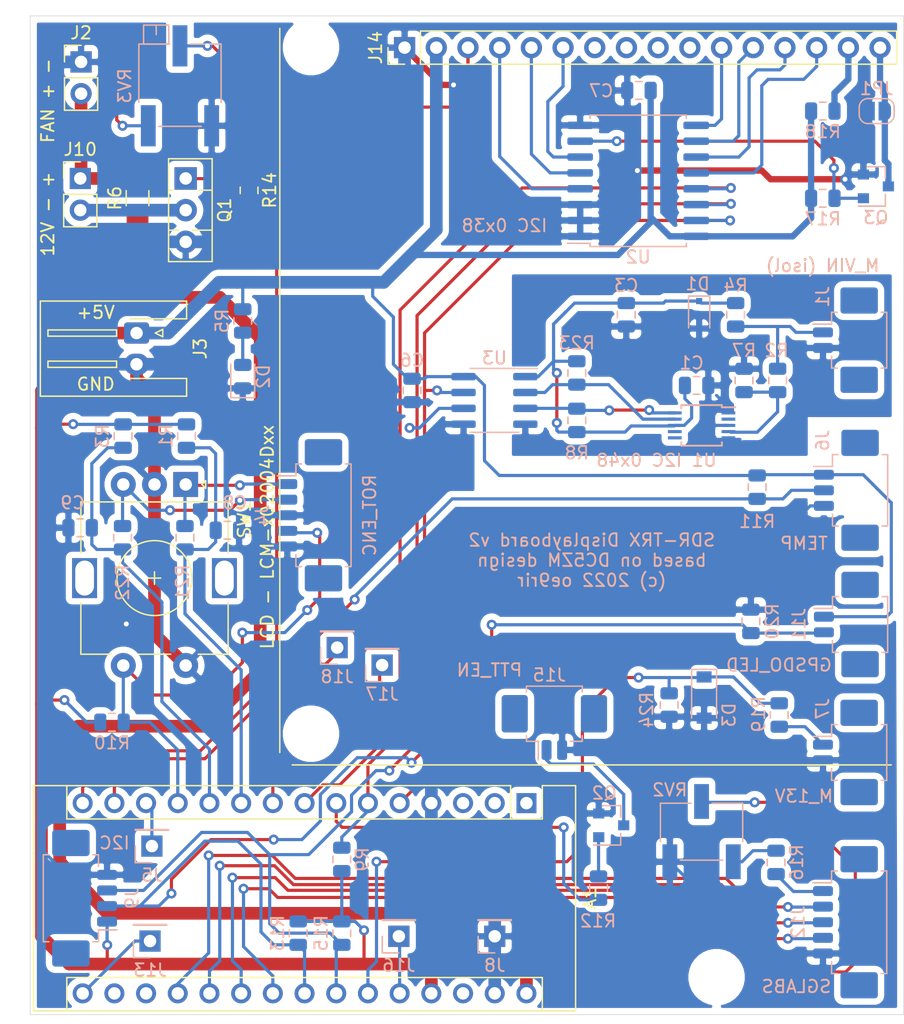
<source format=kicad_pcb>
(kicad_pcb (version 20171130) (host pcbnew 5.1.6+dfsg1-1~bpo9+1)
  (layers (0 F.Cu signal) (31 B.Cu signal) (34 B.Paste user) (35 F.Paste user) (36 B.SilkS user) (37 F.SilkS user) (38 B.Mask user) (39 F.Mask user) (44 Edge.Cuts user))
  (net 0 "")
  (net 1 "Net-(A1-Pad16)")
  (net 2 /TEMP)
  (net 3 /FAN)
  (net 4 GND)
  (net 5 "Net-(A1-Pad13)")
  (net 6 /R_SW)
  (net 7 +5V)
  (net 8 /R_B)
  (net 9 "Net-(A1-Pad26)")
  (net 10 /R_A)
  (net 11 /M_13V)
  (net 12 /SCL)
  (net 13 /SDA)
  (net 14 /PTT_EN)
  (net 15 /SGL_VIN)
  (net 16 /PCF_INT)
  (net 17 /SGL_DRV)
  (net 18 /SGL_REV)
  (net 19 /SGL_FWD)
  (net 20 GND1)
  (net 21 "Net-(D2-Pad2)")
  (net 22 "Net-(J1-Pad1)")
  (net 23 +12V)
  (net 24 "Net-(J7-Pad1)")
  (net 25 "Net-(J10-Pad2)")
  (net 26 "Net-(J12-Pad1)")
  (net 27 "Net-(J14-Pad16)")
  (net 28 "Net-(J14-Pad15)")
  (net 29 /D7)
  (net 30 /D6)
  (net 31 /D5)
  (net 32 /D4)
  (net 33 /E)
  (net 34 /RW)
  (net 35 /RS)
  (net 36 "Net-(J14-Pad3)")
  (net 37 "Net-(Q1-Pad1)")
  (net 38 "Net-(Q2-Pad1)")
  (net 39 /BL)
  (net 40 "Net-(R2-Pad2)")
  (net 41 "Net-(R16-Pad2)")
  (net 42 /GPSDO_LED)
  (net 43 /VIN)
  (net 44 /R_B1)
  (net 45 /R_A1)
  (net 46 "Net-(J15-Pad1)")
  (net 47 "Net-(R8-Pad2)")
  (net 48 "Net-(R23-Pad2)")
  (net 49 +5VA)
  (net 50 "Net-(A1-Pad9)")
  (net 51 "Net-(A1-Pad8)")
  (module Resistor_SMD:R_0805_2012Metric (layer B.Cu) (at 151.2 75.2 270)
    (fp_text reference R24 (at 0.4 1.8 270) (layer B.SilkS) (effects (justify mirror)))
    (fp_text value 4k7)
    (pad 2 smd roundrect (at 0.9375 0 270) (size 0.975 1.4) (layers B.Cu B.Paste B.Mask) (net 4 GND))
    (pad 1 smd roundrect (at -0.9375 0 270) (size 0.975 1.4) (layers B.Cu B.Paste B.Mask) (net 11 /M_13V))
  )
  (module Resistor_SMD:R_1206_3216Metric_Pad1.42x1.75mm_HandSolder (layer F.Cu) (at 108.6 34.6 90)
    (fp_text reference R6 (at 0 -1.82 90) (layer F.SilkS))
    (fp_text value 100)
    (pad 2 smd roundrect (at 1.4875 0 90) (size 1.425 1.75) (layers F.Cu F.Paste F.Mask) (roundrect_rratio 0.175439) (net 23 +12V))
    (pad 1 smd roundrect (at -1.4875 0 90) (size 1.425 1.75) (layers F.Cu F.Paste F.Mask) (roundrect_rratio 0.175439) (net 43 /VIN))
  )
  (module Diode_SMD:D_SOD-123 (layer B.Cu) (at 154 74.6 270)
    (fp_text reference D3 (at 1.4 -2 90) (layer B.SilkS) (effects (justify mirror)))
    (fp_text value 3V3)
    (pad 2 smd rect (at 1.65 0 270) (size 0.9 1.2) (layers B.Cu B.Paste B.Mask) (net 4 GND))
    (pad 1 smd rect (at -1.65 0 270) (size 0.9 1.2) (layers B.Cu B.Paste B.Mask) (net 11 /M_13V))
  )
  (module Connector_PinHeader_2.54mm:PinHeader_1x01_P2.54mm_Vertical (layer B.Cu) (at 124.6 70.6)
    (fp_text reference J18 (at 0 2.33) (layer B.SilkS) (effects (justify mirror)))
    (fp_text value D6)
    (pad 1 thru_hole rect (at 0 0) (size 1.7 1.7) (drill 1) (layers *.Cu *.Mask) (net 50 "Net-(A1-Pad9)"))
  )
  (module Connector_PinHeader_2.54mm:PinHeader_1x01_P2.54mm_Vertical (layer B.Cu) (at 128.2 72)
    (fp_text reference J17 (at 0 2.33) (layer B.SilkS) (effects (justify mirror)))
    (fp_text value D5)
    (pad 1 thru_hole rect (at 0 0) (size 1.7 1.7) (drill 1) (layers *.Cu *.Mask) (net 51 "Net-(A1-Pad8)"))
  )
  (module Package_SO:SOIC-8_3.9x4.9mm_P1.27mm (layer B.Cu) (at 137.2 50.8 180)
    (fp_text reference U3 (at 0 3.4) (layer B.SilkS) (effects (justify mirror)))
    (fp_text value ISO1540)
    (pad 8 smd roundrect (at 2.475 1.905 180) (size 1.95 0.6) (layers B.Cu B.Paste B.Mask) (net 7 +5V))
    (pad 7 smd roundrect (at 2.475 0.635 180) (size 1.95 0.6) (layers B.Cu B.Paste B.Mask) (net 13 /SDA))
    (pad 6 smd roundrect (at 2.475 -0.635 180) (size 1.95 0.6) (layers B.Cu B.Paste B.Mask) (net 12 /SCL))
    (pad 5 smd roundrect (at 2.475 -1.905 180) (size 1.95 0.6) (layers B.Cu B.Paste B.Mask) (net 4 GND))
    (pad 4 smd roundrect (at -2.475 -1.905 180) (size 1.95 0.6) (layers B.Cu B.Paste B.Mask) (net 20 GND1))
    (pad 3 smd roundrect (at -2.475 -0.635 180) (size 1.95 0.6) (layers B.Cu B.Paste B.Mask) (net 47 "Net-(R8-Pad2)"))
    (pad 2 smd roundrect (at -2.475 0.635 180) (size 1.95 0.6) (layers B.Cu B.Paste B.Mask) (net 48 "Net-(R23-Pad2)"))
    (pad 1 smd roundrect (at -2.475 1.905 180) (size 1.95 0.6) (layers B.Cu B.Paste B.Mask) (net 49 +5VA))
  )
  (module Package_SO:TSSOP-10_3x3mm_P0.5mm (layer B.Cu) (at 153.8 52.8 180)
    (fp_text reference U1 (at -0.2 -2.8) (layer B.SilkS) (effects (justify mirror)))
    (fp_text value ADS1113IDGS)
    (pad 10 smd rect (at 2.15 1 180) (size 1.1 0.25) (layers B.Cu B.Paste B.Mask) (net 47 "Net-(R8-Pad2)"))
    (pad 9 smd rect (at 2.15 0.5 180) (size 1.1 0.25) (layers B.Cu B.Paste B.Mask) (net 48 "Net-(R23-Pad2)"))
    (pad 8 smd rect (at 2.15 0 180) (size 1.1 0.25) (layers B.Cu B.Paste B.Mask) (net 49 +5VA))
    (pad 7 smd rect (at 2.15 -0.5 180) (size 1.1 0.25) (layers B.Cu B.Paste B.Mask))
    (pad 6 smd rect (at 2.15 -1 180) (size 1.1 0.25) (layers B.Cu B.Paste B.Mask))
    (pad 5 smd rect (at -2.15 -1 180) (size 1.1 0.25) (layers B.Cu B.Paste B.Mask) (net 20 GND1))
    (pad 4 smd rect (at -2.15 -0.5 180) (size 1.1 0.25) (layers B.Cu B.Paste B.Mask) (net 40 "Net-(R2-Pad2)"))
    (pad 3 smd rect (at -2.15 0 180) (size 1.1 0.25) (layers B.Cu B.Paste B.Mask) (net 20 GND1))
    (pad 2 smd rect (at -2.15 0.5 180) (size 1.1 0.25) (layers B.Cu B.Paste B.Mask))
    (pad 1 smd rect (at -2.15 1 180) (size 1.1 0.25) (layers B.Cu B.Paste B.Mask) (net 20 GND1))
  )
  (module Resistor_SMD:R_0805_2012Metric (layer B.Cu) (at 143.8 48.6 270)
    (fp_text reference R23 (at -2.4 0 180) (layer B.SilkS) (effects (justify mirror)))
    (fp_text value 10k)
    (pad 2 smd roundrect (at 0.9375 0 270) (size 0.975 1.4) (layers B.Cu B.Paste B.Mask) (net 48 "Net-(R23-Pad2)"))
    (pad 1 smd roundrect (at -0.9375 0 270) (size 0.975 1.4) (layers B.Cu B.Paste B.Mask) (net 49 +5VA))
  )
  (module Resistor_SMD:R_0805_2012Metric (layer B.Cu) (at 143.8 52.4 90)
    (fp_text reference R8 (at -2.6 0 180) (layer B.SilkS) (effects (justify mirror)))
    (fp_text value 10k)
    (pad 2 smd roundrect (at 0.9375 0 90) (size 0.975 1.4) (layers B.Cu B.Paste B.Mask) (net 47 "Net-(R8-Pad2)"))
    (pad 1 smd roundrect (at -0.9375 0 90) (size 0.975 1.4) (layers B.Cu B.Paste B.Mask) (net 49 +5VA))
  )
  (module Capacitor_SMD:C_0805_2012Metric (layer B.Cu) (at 153.4 49.6)
    (fp_text reference C1 (at -0.4 -1.8) (layer B.SilkS) (effects (justify mirror)))
    (fp_text value 100n)
    (pad 2 smd roundrect (at 0.9375 0) (size 0.975 1.4) (layers B.Cu B.Paste B.Mask) (net 20 GND1))
    (pad 1 smd roundrect (at -0.9375 0) (size 0.975 1.4) (layers B.Cu B.Paste B.Mask) (net 49 +5VA))
  )
  (module Potentiometer_SMD:Potentiometer_Bourns_3269P_Horizontal (layer B.Cu) (at 112 25.6 270)
    (fp_text reference RV3 (at 0 4.425 270) (layer B.SilkS) (effects (justify mirror)))
    (fp_text value 10k)
    (pad 3 smd rect (at 3.2 -2.54 270) (size 3.3 1.19) (layers B.Cu B.Paste B.Mask) (net 4 GND))
    (pad 2 smd rect (at -3.2 0 270) (size 3.3 1.19) (layers B.Cu B.Paste B.Mask) (net 36 "Net-(J14-Pad3)"))
    (pad 1 smd rect (at 3.2 2.54 270) (size 3.3 1.19) (layers B.Cu B.Paste B.Mask) (net 7 +5V))
  )
  (module Resistor_SMD:R_0805_2012Metric (layer B.Cu) (at 107.4 61.8 270)
    (fp_text reference R22 (at 3.6 0 90) (layer B.SilkS) (effects (justify mirror)))
    (fp_text value 3k3)
    (pad 2 smd roundrect (at 0.9375 0 270) (size 0.975 1.4) (layers B.Cu B.Paste B.Mask) (net 8 /R_B))
    (pad 1 smd roundrect (at -0.9375 0 270) (size 0.975 1.4) (layers B.Cu B.Paste B.Mask) (net 44 /R_B1))
  )
  (module Resistor_SMD:R_0805_2012Metric (layer B.Cu) (at 112.4 61.8 90)
    (fp_text reference R21 (at -3.6 -0.2 90) (layer B.SilkS) (effects (justify mirror)))
    (fp_text value 3k3)
    (pad 2 smd roundrect (at 0.9375 0 90) (size 0.975 1.4) (layers B.Cu B.Paste B.Mask) (net 45 /R_A1))
    (pad 1 smd roundrect (at -0.9375 0 90) (size 0.975 1.4) (layers B.Cu B.Paste B.Mask) (net 10 /R_A))
  )
  (module Connector_Molex:Molex_PicoBlade_53261-0271_1x02-1MP_P1.25mm_Horizontal (layer B.Cu) (at 142 76.4)
    (fp_text reference J15 (at -0.4 -3.6) (layer B.SilkS) (effects (justify mirror)))
    (fp_text value PTT_EN)
    (pad MP smd roundrect (at 3.175 -0.5) (size 2.1 3) (layers B.Cu B.Paste B.Mask) (roundrect_rratio 0.119048))
    (pad MP smd roundrect (at -3.175 -0.5) (size 2.1 3) (layers B.Cu B.Paste B.Mask) (roundrect_rratio 0.119048))
    (pad 2 smd roundrect (at 0.625 2.4) (size 0.8 1.6) (layers B.Cu B.Paste B.Mask) (net 4 GND))
    (pad 1 smd roundrect (at -0.625 2.4) (size 0.8 1.6) (layers B.Cu B.Paste B.Mask) (net 46 "Net-(J15-Pad1)"))
  )
  (module Connector_Molex:Molex_PicoBlade_53261-0571_1x05-1MP_P1.25mm_Horizontal (layer B.Cu) (at 165.9255 92.6 270)
    (fp_text reference J12 (at 0 4.4 90) (layer B.SilkS) (effects (justify mirror)))
    (fp_text value SGL_Messung)
    (pad MP smd roundrect (at 5.05 -0.5 270) (size 2.1 3) (layers B.Cu B.Paste B.Mask) (roundrect_rratio 0.119048))
    (pad MP smd roundrect (at -5.05 -0.5 270) (size 2.1 3) (layers B.Cu B.Paste B.Mask) (roundrect_rratio 0.119048))
    (pad 5 smd roundrect (at 2.5 2.4 270) (size 0.8 1.6) (layers B.Cu B.Paste B.Mask) (net 4 GND))
    (pad 4 smd roundrect (at 1.25 2.4 270) (size 0.8 1.6) (layers B.Cu B.Paste B.Mask) (net 17 /SGL_DRV))
    (pad 3 smd roundrect (at 0 2.4 270) (size 0.8 1.6) (layers B.Cu B.Paste B.Mask) (net 18 /SGL_REV))
    (pad 2 smd roundrect (at -1.25 2.4 270) (size 0.8 1.6) (layers B.Cu B.Paste B.Mask) (net 19 /SGL_FWD))
    (pad 1 smd roundrect (at -2.5 2.4 270) (size 0.8 1.6) (layers B.Cu B.Paste B.Mask) (net 26 "Net-(J12-Pad1)"))
  )
  (module Connector_Molex:Molex_PicoBlade_53261-0571_1x05-1MP_P1.25mm_Horizontal (layer B.Cu) (at 123 60 270)
    (fp_text reference J4 (at 0 4.4 90) (layer B.SilkS) (effects (justify mirror)))
    (fp_text value Rot_SW)
    (pad MP smd roundrect (at 5.05 -0.5 270) (size 2.1 3) (layers B.Cu B.Paste B.Mask) (roundrect_rratio 0.119048))
    (pad MP smd roundrect (at -5.05 -0.5 270) (size 2.1 3) (layers B.Cu B.Paste B.Mask) (roundrect_rratio 0.119048))
    (pad 5 smd roundrect (at 2.5 2.4 270) (size 0.8 1.6) (layers B.Cu B.Paste B.Mask) (net 4 GND))
    (pad 4 smd roundrect (at 1.25 2.4 270) (size 0.8 1.6) (layers B.Cu B.Paste B.Mask) (net 6 /R_SW))
    (pad 3 smd roundrect (at 0 2.4 270) (size 0.8 1.6) (layers B.Cu B.Paste B.Mask) (net 4 GND))
    (pad 2 smd roundrect (at -1.25 2.4 270) (size 0.8 1.6) (layers B.Cu B.Paste B.Mask) (net 44 /R_B1))
    (pad 1 smd roundrect (at -2.5 2.4 270) (size 0.8 1.6) (layers B.Cu B.Paste B.Mask) (net 45 /R_A1))
  )
  (module Capacitor_SMD:C_0805_2012Metric (layer B.Cu) (at 104 61 180)
    (fp_text reference C9 (at 0.6 2) (layer B.SilkS) (effects (justify mirror)))
    (fp_text value 100n)
    (pad 2 smd roundrect (at 0.9375 0 180) (size 0.975 1.4) (layers B.Cu B.Paste B.Mask) (net 4 GND))
    (pad 1 smd roundrect (at -0.9375 0 180) (size 0.975 1.4) (layers B.Cu B.Paste B.Mask) (net 8 /R_B))
  )
  (module Capacitor_SMD:C_0805_2012Metric (layer B.Cu) (at 115.8 61.2 180)
    (fp_text reference C8 (at -0.6 2.2) (layer B.SilkS) (effects (justify mirror)))
    (fp_text value 100n)
    (pad 2 smd roundrect (at 0.9375 0 180) (size 0.975 1.4) (layers B.Cu B.Paste B.Mask) (net 10 /R_A))
    (pad 1 smd roundrect (at -0.9375 0 180) (size 0.975 1.4) (layers B.Cu B.Paste B.Mask) (net 4 GND))
  )
  (module Resistor_SMD:R_0805_2012Metric (layer B.Cu) (at 157.75 68.5 90)
    (fp_text reference R20 (at 0 1.7145 90) (layer B.SilkS) (effects (justify mirror)))
    (fp_text value 10k)
    (pad 2 smd roundrect (at 0.9375 0 90) (size 0.975 1.4) (layers B.Cu B.Paste B.Mask) (net 4 GND))
    (pad 1 smd roundrect (at -0.9375 0 90) (size 0.975 1.4) (layers B.Cu B.Paste B.Mask) (net 42 /GPSDO_LED))
  )
  (module Connector_Molex:Molex_PicoBlade_53261-0271_1x02-1MP_P1.25mm_Horizontal (layer B.Cu) (at 166 68.75 270)
    (fp_text reference J11 (at 0 4.4 90) (layer B.SilkS) (effects (justify mirror)))
    (fp_text value GPSDO_LED)
    (pad MP smd roundrect (at 3.175 -0.5 270) (size 2.1 3) (layers B.Cu B.Paste B.Mask) (roundrect_rratio 0.119048))
    (pad MP smd roundrect (at -3.175 -0.5 270) (size 2.1 3) (layers B.Cu B.Paste B.Mask) (roundrect_rratio 0.119048))
    (pad 2 smd roundrect (at 0.625 2.4 270) (size 0.8 1.6) (layers B.Cu B.Paste B.Mask) (net 42 /GPSDO_LED))
    (pad 1 smd roundrect (at -0.625 2.4 270) (size 0.8 1.6) (layers B.Cu B.Paste B.Mask) (net 7 +5V))
  )
  (module Diode_SMD:D_SOD-323F (layer B.Cu) (at 153.6065 43.942 270)
    (fp_text reference D1 (at -2.4765 0.127 180) (layer B.SilkS) (effects (justify mirror)))
    (fp_text value MM3Z5V1)
    (pad 2 smd rect (at 1.1 0 270) (size 0.5 0.5) (layers B.Cu B.Paste B.Mask) (net 20 GND1))
    (pad 1 smd rect (at -1.1 0 270) (size 0.5 0.5) (layers B.Cu B.Paste B.Mask) (net 49 +5VA))
  )
  (module Connector_PinHeader_2.54mm:PinHeader_1x01_P2.54mm_Vertical (layer B.Cu) (at 129.54 93.726)
    (fp_text reference J16 (at 0 2.33) (layer B.SilkS) (effects (justify mirror)))
    (fp_text value A7)
    (pad 1 thru_hole rect (at 0 0) (size 1.7 1.7) (drill 1) (layers *.Cu *.Mask) (net 9 "Net-(A1-Pad26)"))
  )
  (module Connector_PinHeader_2.54mm:PinHeader_1x01_P2.54mm_Vertical (layer B.Cu) (at 109.601 94.107)
    (fp_text reference J13 (at 0 2.33) (layer B.SilkS) (effects (justify mirror)))
    (fp_text value D13)
    (pad 1 thru_hole rect (at 0 0) (size 1.7 1.7) (drill 1) (layers *.Cu *.Mask) (net 1 "Net-(A1-Pad16)"))
  )
  (module Connector_PinHeader_2.54mm:PinHeader_1x01_P2.54mm_Vertical (layer B.Cu) (at 137.2235 93.726)
    (fp_text reference J8 (at 0 2.33) (layer B.SilkS) (effects (justify mirror)))
    (fp_text value GND)
    (pad 1 thru_hole rect (at 0 0) (size 1.7 1.7) (drill 1) (layers *.Cu *.Mask) (net 4 GND))
  )
  (module Connector_Molex:Molex_PicoBlade_53261-0271_1x02-1MP_P1.25mm_Horizontal (layer B.Cu) (at 165.9255 45.974 270)
    (fp_text reference J1 (at -3.474 2.4255 270) (layer B.SilkS) (effects (justify mirror)))
    (fp_text value "TRX Input Power")
    (pad MP smd roundrect (at 3.175 -0.5 270) (size 2.1 3) (layers B.Cu B.Paste B.Mask) (roundrect_rratio 0.119048))
    (pad MP smd roundrect (at -3.175 -0.5 270) (size 2.1 3) (layers B.Cu B.Paste B.Mask) (roundrect_rratio 0.119048))
    (pad 2 smd roundrect (at 0.625 2.4 270) (size 0.8 1.6) (layers B.Cu B.Paste B.Mask) (net 20 GND1))
    (pad 1 smd roundrect (at -0.625 2.4 270) (size 0.8 1.6) (layers B.Cu B.Paste B.Mask) (net 22 "Net-(J1-Pad1)"))
  )
  (module Connector_JST:JST_XH_S2B-XH-A-1_1x02_P2.50mm_Horizontal (layer F.Cu) (at 108.5215 45.4025 270)
    (fp_text reference J3 (at 1.25 -5.1 90) (layer F.SilkS))
    (fp_text value "5V Power Input")
    (pad 2 thru_hole oval (at 2.5 0 270) (size 1.7 2) (drill 1) (layers *.Cu *.Mask) (net 4 GND))
    (pad 1 thru_hole roundrect (at 0 0 270) (size 1.7 2) (drill 1) (layers *.Cu *.Mask) (roundrect_rratio 0.147059) (net 7 +5V))
  )
  (module Connector_Molex:Molex_PicoBlade_53261-0471_1x04-1MP_P1.25mm_Horizontal (layer B.Cu) (at 103.759 90.678 90)
    (fp_text reference J9 (at 0 4.4 90) (layer B.SilkS) (effects (justify mirror)))
    (fp_text value I2C_external)
    (pad MP smd roundrect (at 4.425 -0.5 90) (size 2.1 3) (layers B.Cu B.Paste B.Mask) (roundrect_rratio 0.119048))
    (pad MP smd roundrect (at -4.425 -0.5 90) (size 2.1 3) (layers B.Cu B.Paste B.Mask) (roundrect_rratio 0.119048))
    (pad 4 smd roundrect (at 1.875 2.4 90) (size 0.8 1.6) (layers B.Cu B.Paste B.Mask) (net 4 GND))
    (pad 3 smd roundrect (at 0.625 2.4 90) (size 0.8 1.6) (layers B.Cu B.Paste B.Mask) (net 12 /SCL))
    (pad 2 smd roundrect (at -0.625 2.4 90) (size 0.8 1.6) (layers B.Cu B.Paste B.Mask) (net 13 /SDA))
    (pad 1 smd roundrect (at -1.875 2.4 90) (size 0.8 1.6) (layers B.Cu B.Paste B.Mask) (net 7 +5V))
  )
  (module Connector_Molex:Molex_PicoBlade_53261-0271_1x02-1MP_P1.25mm_Horizontal (layer B.Cu) (at 165.9255 79 270)
    (fp_text reference J7 (at -3.5 2.4255 90) (layer B.SilkS) (effects (justify mirror)))
    (fp_text value 13V_Messung)
    (pad MP smd roundrect (at 3.175 -0.5 270) (size 2.1 3) (layers B.Cu B.Paste B.Mask) (roundrect_rratio 0.119048))
    (pad MP smd roundrect (at -3.175 -0.5 270) (size 2.1 3) (layers B.Cu B.Paste B.Mask) (roundrect_rratio 0.119048))
    (pad 2 smd roundrect (at 0.625 2.4 270) (size 0.8 1.6) (layers B.Cu B.Paste B.Mask) (net 4 GND))
    (pad 1 smd roundrect (at -0.625 2.4 270) (size 0.8 1.6) (layers B.Cu B.Paste B.Mask) (net 24 "Net-(J7-Pad1)"))
  )
  (module Connector_Molex:Molex_PicoBlade_53261-0371_1x03-1MP_P1.25mm_Horizontal (layer B.Cu) (at 166 58 270)
    (fp_text reference J6 (at -4 2.5 90) (layer B.SilkS) (effects (justify mirror)))
    (fp_text value Temp)
    (pad MP smd roundrect (at 3.8 -0.5 270) (size 2.1 3) (layers B.Cu B.Paste B.Mask) (roundrect_rratio 0.119048))
    (pad MP smd roundrect (at -3.8 -0.5 270) (size 2.1 3) (layers B.Cu B.Paste B.Mask) (roundrect_rratio 0.119048))
    (pad 3 smd roundrect (at 1.25 2.4 270) (size 0.8 1.6) (layers B.Cu B.Paste B.Mask) (net 4 GND))
    (pad 2 smd roundrect (at 0 2.4 270) (size 0.8 1.6) (layers B.Cu B.Paste B.Mask) (net 2 /TEMP))
    (pad 1 smd roundrect (at -1.25 2.4 270) (size 0.8 1.6) (layers B.Cu B.Paste B.Mask) (net 7 +5V))
  )
  (module Connector_PinHeader_2.54mm:PinHeader_1x01_P2.54mm_Vertical (layer B.Cu) (at 109.75 86.5)
    (fp_text reference J5 (at 0 2.33) (layer B.SilkS) (effects (justify mirror)))
    (fp_text value D10)
    (pad 1 thru_hole rect (at 0 0) (size 1.7 1.7) (drill 1) (layers *.Cu *.Mask) (net 5 "Net-(A1-Pad13)"))
  )
  (module Package_SO:SOIC-16W_7.5x10.3mm_P1.27mm (layer B.Cu) (at 148.717 33.2105)
    (fp_text reference U2 (at 0 6.1 180) (layer B.SilkS) (effects (justify mirror)))
    (fp_text value PCF8574A)
    (pad 16 smd roundrect (at 4.65 4.445) (size 2.05 0.6) (layers B.Cu B.Paste B.Mask) (net 7 +5V))
    (pad 15 smd roundrect (at 4.65 3.175) (size 2.05 0.6) (layers B.Cu B.Paste B.Mask) (net 13 /SDA))
    (pad 14 smd roundrect (at 4.65 1.905) (size 2.05 0.6) (layers B.Cu B.Paste B.Mask) (net 12 /SCL))
    (pad 13 smd roundrect (at 4.65 0.635) (size 2.05 0.6) (layers B.Cu B.Paste B.Mask) (net 16 /PCF_INT))
    (pad 12 smd roundrect (at 4.65 -0.635) (size 2.05 0.6) (layers B.Cu B.Paste B.Mask) (net 29 /D7))
    (pad 11 smd roundrect (at 4.65 -1.905) (size 2.05 0.6) (layers B.Cu B.Paste B.Mask) (net 30 /D6))
    (pad 10 smd roundrect (at 4.65 -3.175) (size 2.05 0.6) (layers B.Cu B.Paste B.Mask) (net 31 /D5))
    (pad 9 smd roundrect (at 4.65 -4.445) (size 2.05 0.6) (layers B.Cu B.Paste B.Mask) (net 32 /D4))
    (pad 8 smd roundrect (at -4.65 -4.445) (size 2.05 0.6) (layers B.Cu B.Paste B.Mask) (net 4 GND))
    (pad 7 smd roundrect (at -4.65 -3.175) (size 2.05 0.6) (layers B.Cu B.Paste B.Mask) (net 39 /BL))
    (pad 6 smd roundrect (at -4.65 -1.905) (size 2.05 0.6) (layers B.Cu B.Paste B.Mask) (net 33 /E))
    (pad 5 smd roundrect (at -4.65 -0.635) (size 2.05 0.6) (layers B.Cu B.Paste B.Mask) (net 34 /RW))
    (pad 4 smd roundrect (at -4.65 0.635) (size 2.05 0.6) (layers B.Cu B.Paste B.Mask) (net 35 /RS))
    (pad 3 smd roundrect (at -4.65 1.905) (size 2.05 0.6) (layers B.Cu B.Paste B.Mask) (net 4 GND))
    (pad 2 smd roundrect (at -4.65 3.175) (size 2.05 0.6) (layers B.Cu B.Paste B.Mask) (net 4 GND))
    (pad 1 smd roundrect (at -4.65 4.445) (size 2.05 0.6) (layers B.Cu B.Paste B.Mask) (net 4 GND))
  )
  (module Parts:RotaryEncoder_CTS_MC290V-Switch_Vertical_H20mm (layer F.Cu) (at 112.4585 57.531 270)
    (fp_text reference SW1 (at 2.8 -4.7 90) (layer F.SilkS))
    (fp_text value Rotary_Encoder_Switch)
    (pad A thru_hole rect (at 0 0 270) (size 2 2) (drill 1) (layers *.Cu *.Mask) (net 45 /R_A1))
    (pad C thru_hole circle (at 0 2.5 270) (size 2 2) (drill 1) (layers *.Cu *.Mask) (net 4 GND))
    (pad B thru_hole circle (at 0 5 270) (size 2 2) (drill 1) (layers *.Cu *.Mask) (net 44 /R_B1))
    (pad MP thru_hole rect (at 7.5 -3.1 270) (size 3.2 2) (drill oval 2.8 1.5) (layers *.Cu *.Mask))
    (pad MP thru_hole rect (at 7.5 8.1 270) (size 3.2 2) (drill oval 2.8 1.5) (layers *.Cu *.Mask))
    (pad S2 thru_hole circle (at 14.5 0 270) (size 2 2) (drill 1) (layers *.Cu *.Mask) (net 4 GND))
    (pad S1 thru_hole circle (at 14.5 5 270) (size 2 2) (drill 1) (layers *.Cu *.Mask) (net 6 /R_SW))
  )
  (module Potentiometer_SMD:Potentiometer_Bourns_3269W_Vertical (layer B.Cu) (at 153.797 85.342)
    (fp_text reference RV2 (at -2.547 -3.342) (layer B.SilkS) (effects (justify mirror)))
    (fp_text value 1k)
    (pad 3 smd rect (at -2.54 2.415) (size 1.19 2.79) (layers B.Cu B.Paste B.Mask) (net 4 GND))
    (pad 2 smd rect (at 0 -2.415) (size 1.19 2.79) (layers B.Cu B.Paste B.Mask) (net 15 /SGL_VIN))
    (pad 1 smd rect (at 2.54 2.415) (size 1.19 2.79) (layers B.Cu B.Paste B.Mask) (net 41 "Net-(R16-Pad2)"))
  )
  (module Resistor_SMD:R_0805_2012Metric (layer B.Cu) (at 160.02 76 90)
    (fp_text reference R19 (at 0.0635 -1.651 90) (layer B.SilkS) (effects (justify mirror)))
    (fp_text value 4k7)
    (pad 2 smd roundrect (at 0.9375 0 90) (size 0.975 1.4) (layers B.Cu B.Paste B.Mask) (net 11 /M_13V))
    (pad 1 smd roundrect (at -0.9375 0 90) (size 0.975 1.4) (layers B.Cu B.Paste B.Mask) (net 24 "Net-(J7-Pad1)"))
  )
  (module Resistor_SMD:R_0805_2012Metric (layer B.Cu) (at 163.5125 27.6225)
    (fp_text reference R18 (at 0 1.65) (layer B.SilkS) (effects (justify mirror)))
    (fp_text value 330)
    (pad 2 smd roundrect (at 0.9375 0) (size 0.975 1.4) (layers B.Cu B.Paste B.Mask) (net 28 "Net-(J14-Pad15)"))
    (pad 1 smd roundrect (at -0.9375 0) (size 0.975 1.4) (layers B.Cu B.Paste B.Mask) (net 7 +5V))
  )
  (module Resistor_SMD:R_0805_2012Metric (layer B.Cu) (at 163.5125 34.6075)
    (fp_text reference R17 (at 0 1.65) (layer B.SilkS) (effects (justify mirror)))
    (fp_text value 4k7)
    (pad 2 smd roundrect (at 0.9375 0) (size 0.975 1.4) (layers B.Cu B.Paste B.Mask) (net 39 /BL))
    (pad 1 smd roundrect (at -0.9375 0) (size 0.975 1.4) (layers B.Cu B.Paste B.Mask) (net 7 +5V))
  )
  (module Resistor_SMD:R_0805_2012Metric (layer B.Cu) (at 159.766 87.8055 90)
    (fp_text reference R16 (at 0 1.65 270) (layer B.SilkS) (effects (justify mirror)))
    (fp_text value 4k7)
    (pad 2 smd roundrect (at 0.9375 0 90) (size 0.975 1.4) (layers B.Cu B.Paste B.Mask) (net 41 "Net-(R16-Pad2)"))
    (pad 1 smd roundrect (at -0.9375 0 90) (size 0.975 1.4) (layers B.Cu B.Paste B.Mask) (net 26 "Net-(J12-Pad1)"))
  )
  (module Resistor_SMD:R_0805_2012Metric (layer B.Cu) (at 124.968 93.472 270)
    (fp_text reference R15 (at 0 1.65 270) (layer B.SilkS) (effects (justify mirror)))
    (fp_text value 10k)
    (pad 2 smd roundrect (at 0.9375 0 270) (size 0.975 1.4) (layers B.Cu B.Paste B.Mask) (net 12 /SCL))
    (pad 1 smd roundrect (at -0.9375 0 270) (size 0.975 1.4) (layers B.Cu B.Paste B.Mask) (net 7 +5V))
  )
  (module Resistor_SMD:R_0805_2012Metric (layer F.Cu) (at 117.5385 33.9725 270)
    (fp_text reference R14 (at 0 -1.65 270) (layer F.SilkS))
    (fp_text value 470)
    (pad 2 smd roundrect (at 0.9375 0 270) (size 0.975 1.4) (layers F.Cu F.Paste F.Mask) (net 3 /FAN))
    (pad 1 smd roundrect (at -0.9375 0 270) (size 0.975 1.4) (layers F.Cu F.Paste F.Mask) (net 37 "Net-(Q1-Pad1)"))
  )
  (module Resistor_SMD:R_0805_2012Metric (layer B.Cu) (at 121.4755 93.472 270)
    (fp_text reference R13 (at 0 1.65 90) (layer B.SilkS) (effects (justify mirror)))
    (fp_text value 10k)
    (pad 2 smd roundrect (at 0.9375 0 270) (size 0.975 1.4) (layers B.Cu B.Paste B.Mask) (net 13 /SDA))
    (pad 1 smd roundrect (at -0.9375 0 270) (size 0.975 1.4) (layers B.Cu B.Paste B.Mask) (net 7 +5V))
  )
  (module Resistor_SMD:R_0805_2012Metric (layer B.Cu) (at 145.542 89.8675 270)
    (fp_text reference R12 (at 2.6325 0.042 180) (layer B.SilkS) (effects (justify mirror)))
    (fp_text value 470)
    (pad 2 smd roundrect (at 0.9375 0 270) (size 0.975 1.4) (layers B.Cu B.Paste B.Mask) (net 14 /PTT_EN))
    (pad 1 smd roundrect (at -0.9375 0 270) (size 0.975 1.4) (layers B.Cu B.Paste B.Mask) (net 38 "Net-(Q2-Pad1)"))
  )
  (module Resistor_SMD:R_0805_2012Metric (layer B.Cu) (at 158.25 57.75 270)
    (fp_text reference R11 (at 2.75 0) (layer B.SilkS) (effects (justify mirror)))
    (fp_text value 4k7)
    (pad 2 smd roundrect (at 0.9375 0 270) (size 0.975 1.4) (layers B.Cu B.Paste B.Mask) (net 2 /TEMP))
    (pad 1 smd roundrect (at -0.9375 0 270) (size 0.975 1.4) (layers B.Cu B.Paste B.Mask) (net 7 +5V))
  )
  (module Resistor_SMD:R_0805_2012Metric (layer B.Cu) (at 106.553 76.581)
    (fp_text reference R10 (at 0 1.65) (layer B.SilkS) (effects (justify mirror)))
    (fp_text value 10k)
    (pad 2 smd roundrect (at 0.9375 0) (size 0.975 1.4) (layers B.Cu B.Paste B.Mask) (net 6 /R_SW))
    (pad 1 smd roundrect (at -0.9375 0) (size 0.975 1.4) (layers B.Cu B.Paste B.Mask) (net 7 +5V))
  )
  (module Resistor_SMD:R_0805_2012Metric (layer B.Cu) (at 124.968 87.5665 90)
    (fp_text reference R9 (at 0 1.65 90) (layer B.SilkS) (effects (justify mirror)))
    (fp_text value 10k)
    (pad 2 smd roundrect (at 0.9375 0 90) (size 0.975 1.4) (layers B.Cu B.Paste B.Mask) (net 16 /PCF_INT))
    (pad 1 smd roundrect (at -0.9375 0 90) (size 0.975 1.4) (layers B.Cu B.Paste B.Mask) (net 7 +5V))
  )
  (module Resistor_SMD:R_0805_2012Metric (layer B.Cu) (at 157.2 49.2 270)
    (fp_text reference R7 (at -2.4 0) (layer B.SilkS) (effects (justify mirror)))
    (fp_text value 5k9)
    (pad 2 smd roundrect (at 0.9375 0 270) (size 0.975 1.4) (layers B.Cu B.Paste B.Mask) (net 40 "Net-(R2-Pad2)"))
    (pad 1 smd roundrect (at -0.9375 0 270) (size 0.975 1.4) (layers B.Cu B.Paste B.Mask) (net 20 GND1))
  )
  (module Resistor_SMD:R_0805_2012Metric (layer B.Cu) (at 117.0305 44.435 270)
    (fp_text reference R5 (at 0 1.65 270) (layer B.SilkS) (effects (justify mirror)))
    (fp_text value 1k)
    (pad 2 smd roundrect (at 0.9375 0 270) (size 0.975 1.4) (layers B.Cu B.Paste B.Mask) (net 21 "Net-(D2-Pad2)"))
    (pad 1 smd roundrect (at -0.9375 0 270) (size 0.975 1.4) (layers B.Cu B.Paste B.Mask) (net 7 +5V))
  )
  (module Resistor_SMD:R_0805_2012Metric (layer B.Cu) (at 156.5275 43.942 90)
    (fp_text reference R4 (at 2.3495 0 180) (layer B.SilkS) (effects (justify mirror)))
    (fp_text value 1k)
    (pad 2 smd roundrect (at 0.9375 0 90) (size 0.975 1.4) (layers B.Cu B.Paste B.Mask) (net 49 +5VA))
    (pad 1 smd roundrect (at -0.9375 0 90) (size 0.975 1.4) (layers B.Cu B.Paste B.Mask) (net 22 "Net-(J1-Pad1)"))
  )
  (module Resistor_SMD:R_0805_2012Metric (layer B.Cu) (at 107.442 53.6575 270)
    (fp_text reference R3 (at 0 1.65 270) (layer B.SilkS) (effects (justify mirror)))
    (fp_text value 68k)
    (pad 2 smd roundrect (at 0.9375 0 270) (size 0.975 1.4) (layers B.Cu B.Paste B.Mask) (net 8 /R_B))
    (pad 1 smd roundrect (at -0.9375 0 270) (size 0.975 1.4) (layers B.Cu B.Paste B.Mask) (net 7 +5V))
  )
  (module Resistor_SMD:R_0805_2012Metric (layer B.Cu) (at 159.893 49.2 270)
    (fp_text reference R2 (at -2.4 0.093) (layer B.SilkS) (effects (justify mirror)))
    (fp_text value 52k3)
    (pad 2 smd roundrect (at 0.9375 0 270) (size 0.975 1.4) (layers B.Cu B.Paste B.Mask) (net 40 "Net-(R2-Pad2)"))
    (pad 1 smd roundrect (at -0.9375 0 270) (size 0.975 1.4) (layers B.Cu B.Paste B.Mask) (net 22 "Net-(J1-Pad1)"))
  )
  (module Resistor_SMD:R_0805_2012Metric (layer B.Cu) (at 112.522 53.6575 270)
    (fp_text reference R1 (at 0 1.65 270) (layer B.SilkS) (effects (justify mirror)))
    (fp_text value 68k)
    (pad 2 smd roundrect (at 0.9375 0 270) (size 0.975 1.4) (layers B.Cu B.Paste B.Mask) (net 10 /R_A))
    (pad 1 smd roundrect (at -0.9375 0 270) (size 0.975 1.4) (layers B.Cu B.Paste B.Mask) (net 7 +5V))
  )
  (module Package_TO_SOT_SMD:SOT-23 (layer B.Cu) (at 167.767 33.655)
    (fp_text reference Q3 (at 0 2.5) (layer B.SilkS) (effects (justify mirror)))
    (fp_text value SBC817-40LT3G)
    (pad 3 smd rect (at 1 0) (size 0.9 0.8) (layers B.Cu B.Paste B.Mask) (net 27 "Net-(J14-Pad16)"))
    (pad 2 smd rect (at -1 -0.95) (size 0.9 0.8) (layers B.Cu B.Paste B.Mask) (net 4 GND))
    (pad 1 smd rect (at -1 0.95) (size 0.9 0.8) (layers B.Cu B.Paste B.Mask) (net 39 /BL))
  )
  (module Package_TO_SOT_SMD:SOT-23 (layer B.Cu) (at 146.558 84.836)
    (fp_text reference Q2 (at -0.558 -2.586) (layer B.SilkS) (effects (justify mirror)))
    (fp_text value SBC817-40LT3G)
    (pad 3 smd rect (at 1 0) (size 0.9 0.8) (layers B.Cu B.Paste B.Mask) (net 46 "Net-(J15-Pad1)"))
    (pad 2 smd rect (at -1 -0.95) (size 0.9 0.8) (layers B.Cu B.Paste B.Mask) (net 4 GND))
    (pad 1 smd rect (at -1 0.95) (size 0.9 0.8) (layers B.Cu B.Paste B.Mask) (net 38 "Net-(Q2-Pad1)"))
  )
  (module Package_TO_SOT_THT:TO-126-3_Vertical (layer F.Cu) (at 112.4585 33.02 270)
    (fp_text reference Q1 (at 2.54 -3.12 90) (layer F.SilkS))
    (fp_text value BD679)
    (pad 3 thru_hole oval (at 5.08 0 270) (size 1.8 1.8) (drill 1) (layers *.Cu *.Mask) (net 4 GND))
    (pad 2 thru_hole oval (at 2.54 0 270) (size 1.8 1.8) (drill 1) (layers *.Cu *.Mask) (net 25 "Net-(J10-Pad2)"))
    (pad 1 thru_hole rect (at 0 0 270) (size 1.8 1.8) (drill 1) (layers *.Cu *.Mask) (net 37 "Net-(Q1-Pad1)"))
  )
  (module Jumper:SolderJumper-2_P1.3mm_Open_RoundedPad1.0x1.5mm (layer B.Cu) (at 167.8305 27.6225 180)
    (fp_text reference JP1 (at 0 1.8) (layer B.SilkS) (effects (justify mirror)))
    (fp_text value BL_ON)
    (pad 2 smd custom (at 0.65 0 180) (size 1 0.5) (layers B.Cu B.Mask) (net 4 GND) (options (clearance outline) (anchor rect)) (primitives (gr_circle (center 0 -0.25) (end 0.5 -0.25) (width 0)) (gr_circle (center 0 0.25) (end 0.5 0.25) (width 0)) (gr_poly (pts (xy 0 0.75) (xy -0.5 0.75) (xy -0.5 -0.75) (xy 0 -0.75)) (width 0))))
    (pad 1 smd custom (at -0.65 0 180) (size 1 0.5) (layers B.Cu B.Mask) (net 27 "Net-(J14-Pad16)") (options (clearance outline) (anchor rect)) (primitives (gr_circle (center 0 -0.25) (end 0.5 -0.25) (width 0)) (gr_circle (center 0 0.25) (end 0.5 0.25) (width 0)) (gr_poly (pts (xy 0 0.75) (xy 0.5 0.75) (xy 0.5 -0.75) (xy 0 -0.75)) (width 0))))
  )
  (module Connector_PinHeader_2.54mm:PinHeader_1x16_P2.54mm_Vertical (layer F.Cu) (at 130 22.54 90)
    (fp_text reference J14 (at 0 -2.33 90) (layer F.SilkS))
    (fp_text value "LCD_4x20 LCM-S02004DSF")
    (pad 16 thru_hole oval (at 0 38.1 90) (size 1.7 1.7) (drill 1) (layers *.Cu *.Mask) (net 27 "Net-(J14-Pad16)"))
    (pad 15 thru_hole oval (at 0 35.56 90) (size 1.7 1.7) (drill 1) (layers *.Cu *.Mask) (net 28 "Net-(J14-Pad15)"))
    (pad 14 thru_hole oval (at 0 33.02 90) (size 1.7 1.7) (drill 1) (layers *.Cu *.Mask) (net 29 /D7))
    (pad 13 thru_hole oval (at 0 30.48 90) (size 1.7 1.7) (drill 1) (layers *.Cu *.Mask) (net 30 /D6))
    (pad 12 thru_hole oval (at 0 27.94 90) (size 1.7 1.7) (drill 1) (layers *.Cu *.Mask) (net 31 /D5))
    (pad 11 thru_hole oval (at 0 25.4 90) (size 1.7 1.7) (drill 1) (layers *.Cu *.Mask) (net 32 /D4))
    (pad 10 thru_hole oval (at 0 22.86 90) (size 1.7 1.7) (drill 1) (layers *.Cu *.Mask))
    (pad 9 thru_hole oval (at 0 20.32 90) (size 1.7 1.7) (drill 1) (layers *.Cu *.Mask))
    (pad 8 thru_hole oval (at 0 17.78 90) (size 1.7 1.7) (drill 1) (layers *.Cu *.Mask))
    (pad 7 thru_hole oval (at 0 15.24 90) (size 1.7 1.7) (drill 1) (layers *.Cu *.Mask))
    (pad 6 thru_hole oval (at 0 12.7 90) (size 1.7 1.7) (drill 1) (layers *.Cu *.Mask) (net 33 /E))
    (pad 5 thru_hole oval (at 0 10.16 90) (size 1.7 1.7) (drill 1) (layers *.Cu *.Mask) (net 34 /RW))
    (pad 4 thru_hole oval (at 0 7.62 90) (size 1.7 1.7) (drill 1) (layers *.Cu *.Mask) (net 35 /RS))
    (pad 3 thru_hole oval (at 0 5.08 90) (size 1.7 1.7) (drill 1) (layers *.Cu *.Mask) (net 36 "Net-(J14-Pad3)"))
    (pad 2 thru_hole oval (at 0 2.54 90) (size 1.7 1.7) (drill 1) (layers *.Cu *.Mask) (net 7 +5V))
    (pad 1 thru_hole rect (at 0 0 90) (size 1.7 1.7) (drill 1) (layers *.Cu *.Mask) (net 4 GND))
  )
  (module Connector_PinHeader_2.54mm:PinHeader_1x02_P2.54mm_Vertical (layer F.Cu) (at 104.013 33.02)
    (fp_text reference J10 (at 0 -2.33) (layer F.SilkS))
    (fp_text value Fan)
    (pad 2 thru_hole oval (at 0 2.54) (size 1.7 1.7) (drill 1) (layers *.Cu *.Mask) (net 25 "Net-(J10-Pad2)"))
    (pad 1 thru_hole rect (at 0 0) (size 1.7 1.7) (drill 1) (layers *.Cu *.Mask) (net 23 +12V))
  )
  (module Connector_PinHeader_2.54mm:PinHeader_1x02_P2.54mm_Vertical (layer F.Cu) (at 104.0765 23.6855)
    (fp_text reference J2 (at 0 -2.33) (layer F.SilkS))
    (fp_text value 12V_IN)
    (pad 2 thru_hole oval (at 0 2.54) (size 1.7 1.7) (drill 1) (layers *.Cu *.Mask) (net 23 +12V))
    (pad 1 thru_hole rect (at 0 0) (size 1.7 1.7) (drill 1) (layers *.Cu *.Mask) (net 4 GND))
  )
  (module MountingHole:MountingHole_3.5mm (layer F.Cu) (at 155 97)
    (fp_text reference H3 hide)
    (fp_text value MountingHole hide)
    (pad 1 np_thru_hole circle (at 0 0) (size 3.5 3.5) (drill 3.5) (layers *.Cu *.Mask))
  )
  (module MountingHole:MountingHole_3.5mm (layer F.Cu) (at 122.5 22.5)
    (fp_text reference H2 hide)
    (fp_text value MountingHole hide)
    (pad 1 np_thru_hole circle (at 0 0) (size 3.5 3.5) (drill 3.5) (layers *.Cu *.Mask))
  )
  (module MountingHole:MountingHole_3.5mm (layer F.Cu) (at 122.5 77.5)
    (fp_text reference H1 hide)
    (fp_text value MountingHole hide)
    (pad 1 np_thru_hole circle (at 0 0) (size 3.5 3.5) (drill 3.5) (layers *.Cu *.Mask))
  )
  (module LED_SMD:LED_0805_2012Metric (layer B.Cu) (at 117.0305 48.895 90)
    (fp_text reference D2 (at 0 1.65 270) (layer B.SilkS) (effects (justify mirror)))
    (fp_text value LED)
    (pad 2 smd roundrect (at 0.9375 0 90) (size 0.975 1.4) (layers B.Cu B.Paste B.Mask) (net 21 "Net-(D2-Pad2)"))
    (pad 1 smd roundrect (at -0.9375 0 90) (size 0.975 1.4) (layers B.Cu B.Paste B.Mask) (net 4 GND))
  )
  (module Capacitor_SMD:C_0805_2012Metric (layer B.Cu) (at 148.7805 25.9715 180)
    (fp_text reference C7 (at 3.0305 -0.0285) (layer B.SilkS) (effects (justify mirror)))
    (fp_text value 100n)
    (pad 2 smd roundrect (at 0.9375 0 180) (size 0.975 1.4) (layers B.Cu B.Paste B.Mask) (net 4 GND))
    (pad 1 smd roundrect (at -0.9375 0 180) (size 0.975 1.4) (layers B.Cu B.Paste B.Mask) (net 7 +5V))
  )
  (module Capacitor_SMD:C_0805_2012Metric (layer B.Cu) (at 130.6 50 270)
    (fp_text reference C6 (at -2.413 0) (layer B.SilkS) (effects (justify mirror)))
    (fp_text value 100n)
    (pad 2 smd roundrect (at 0.9375 0 270) (size 0.975 1.4) (layers B.Cu B.Paste B.Mask) (net 4 GND))
    (pad 1 smd roundrect (at -0.9375 0 270) (size 0.975 1.4) (layers B.Cu B.Paste B.Mask) (net 7 +5V))
  )
  (module Capacitor_SMD:C_0805_2012Metric (layer B.Cu) (at 147.7645 43.942 270)
    (fp_text reference C3 (at -2.3495 0) (layer B.SilkS) (effects (justify mirror)))
    (fp_text value 100n)
    (pad 2 smd roundrect (at 0.9375 0 270) (size 0.975 1.4) (layers B.Cu B.Paste B.Mask) (net 20 GND1))
    (pad 1 smd roundrect (at -0.9375 0 270) (size 0.975 1.4) (layers B.Cu B.Paste B.Mask) (net 49 +5VA))
  )
  (module Module:Arduino_Nano (layer F.Cu) (at 139.7635 83.058 270)
    (fp_text reference A1 (at 7.62 -5.08 90) (layer F.SilkS))
    (fp_text value Arduino_Nano_v3.x)
    (pad 16 thru_hole oval (at 15.24 35.56 270) (size 1.6 1.6) (drill 1) (layers *.Cu *.Mask) (net 1 "Net-(A1-Pad16)"))
    (pad 15 thru_hole oval (at 0 35.56 270) (size 1.6 1.6) (drill 1) (layers *.Cu *.Mask) (net 3 /FAN))
    (pad 30 thru_hole oval (at 15.24 0 270) (size 1.6 1.6) (drill 1) (layers *.Cu *.Mask) (net 43 /VIN))
    (pad 14 thru_hole oval (at 0 33.02 270) (size 1.6 1.6) (drill 1) (layers *.Cu *.Mask) (net 2 /TEMP))
    (pad 29 thru_hole oval (at 15.24 2.54 270) (size 1.6 1.6) (drill 1) (layers *.Cu *.Mask) (net 4 GND))
    (pad 13 thru_hole oval (at 0 30.48 270) (size 1.6 1.6) (drill 1) (layers *.Cu *.Mask) (net 5 "Net-(A1-Pad13)"))
    (pad 28 thru_hole oval (at 15.24 5.08 270) (size 1.6 1.6) (drill 1) (layers *.Cu *.Mask))
    (pad 12 thru_hole oval (at 0 27.94 270) (size 1.6 1.6) (drill 1) (layers *.Cu *.Mask) (net 6 /R_SW))
    (pad 27 thru_hole oval (at 15.24 7.62 270) (size 1.6 1.6) (drill 1) (layers *.Cu *.Mask) (net 7 +5V))
    (pad 11 thru_hole oval (at 0 25.4 270) (size 1.6 1.6) (drill 1) (layers *.Cu *.Mask) (net 8 /R_B))
    (pad 26 thru_hole oval (at 15.24 10.16 270) (size 1.6 1.6) (drill 1) (layers *.Cu *.Mask) (net 9 "Net-(A1-Pad26)"))
    (pad 10 thru_hole oval (at 0 22.86 270) (size 1.6 1.6) (drill 1) (layers *.Cu *.Mask) (net 10 /R_A))
    (pad 25 thru_hole oval (at 15.24 12.7 270) (size 1.6 1.6) (drill 1) (layers *.Cu *.Mask) (net 11 /M_13V))
    (pad 9 thru_hole oval (at 0 20.32 270) (size 1.6 1.6) (drill 1) (layers *.Cu *.Mask) (net 50 "Net-(A1-Pad9)"))
    (pad 24 thru_hole oval (at 15.24 15.24 270) (size 1.6 1.6) (drill 1) (layers *.Cu *.Mask) (net 12 /SCL))
    (pad 8 thru_hole oval (at 0 17.78 270) (size 1.6 1.6) (drill 1) (layers *.Cu *.Mask) (net 51 "Net-(A1-Pad8)"))
    (pad 23 thru_hole oval (at 15.24 17.78 270) (size 1.6 1.6) (drill 1) (layers *.Cu *.Mask) (net 13 /SDA))
    (pad 7 thru_hole oval (at 0 15.24 270) (size 1.6 1.6) (drill 1) (layers *.Cu *.Mask) (net 14 /PTT_EN))
    (pad 22 thru_hole oval (at 15.24 20.32 270) (size 1.6 1.6) (drill 1) (layers *.Cu *.Mask) (net 15 /SGL_VIN))
    (pad 6 thru_hole oval (at 0 12.7 270) (size 1.6 1.6) (drill 1) (layers *.Cu *.Mask) (net 16 /PCF_INT))
    (pad 21 thru_hole oval (at 15.24 22.86 270) (size 1.6 1.6) (drill 1) (layers *.Cu *.Mask) (net 17 /SGL_DRV))
    (pad 5 thru_hole oval (at 0 10.16 270) (size 1.6 1.6) (drill 1) (layers *.Cu *.Mask) (net 42 /GPSDO_LED))
    (pad 20 thru_hole oval (at 15.24 25.4 270) (size 1.6 1.6) (drill 1) (layers *.Cu *.Mask) (net 18 /SGL_REV))
    (pad 4 thru_hole oval (at 0 7.62 270) (size 1.6 1.6) (drill 1) (layers *.Cu *.Mask) (net 4 GND))
    (pad 19 thru_hole oval (at 15.24 27.94 270) (size 1.6 1.6) (drill 1) (layers *.Cu *.Mask) (net 19 /SGL_FWD))
    (pad 3 thru_hole oval (at 0 5.08 270) (size 1.6 1.6) (drill 1) (layers *.Cu *.Mask))
    (pad 18 thru_hole oval (at 15.24 30.48 270) (size 1.6 1.6) (drill 1) (layers *.Cu *.Mask))
    (pad 2 thru_hole oval (at 0 2.54 270) (size 1.6 1.6) (drill 1) (layers *.Cu *.Mask))
    (pad 17 thru_hole oval (at 15.24 33.02 270) (size 1.6 1.6) (drill 1) (layers *.Cu *.Mask))
    (pad 1 thru_hole rect (at 0 0 270) (size 1.6 1.6) (drill 1) (layers *.Cu *.Mask))
  )
  (gr_text ROT_ENC (at 127.2 60 90) (layer B.SilkS) (effects (font (size 1 1)) (justify mirror)))
  (gr_text "I2C 0x38" (at 138 36.8) (layer B.SilkS) (effects (font (size 1 1)) (justify mirror)))
  (gr_text "I2C 0x48" (at 148.8 55.6) (layer B.SilkS) (effects (font (size 1 1)) (justify mirror)))
  (gr_text PTT_EN (at 136.8 72.4) (layer B.SilkS) (effects (font (size 1 1)) (justify mirror)))
  (gr_text "LCD - LCM-x02004Dxx" (at 119 61.75 90) (layer F.SilkS) (effects (font (size 1 1))))
  (gr_text "SDR-TRX Displayboard v2\nbased on DC5ZM design\n(c) 2022 oe9rir" (at 145 63.6) (layer B.SilkS) (effects (font (size 1 1)) (justify mirror)))
  (gr_text I2C (at 106.75 86.25) (layer B.SilkS) (effects (font (size 1 1)) (justify mirror)))
  (gr_text "M_VIN (isol)" (at 163.5 40) (layer B.SilkS) (effects (font (size 1 1)) (justify mirror)))
  (gr_text TEMP (at 162 62.25) (layer B.SilkS) (effects (font (size 1 1)) (justify mirror)))
  (gr_text M_13V (at 162 82.5) (layer B.SilkS) (effects (font (size 1 1)) (justify mirror)))
  (gr_text SGLABS (at 161.4 97.75) (layer B.SilkS) (effects (font (size 1 1)) (justify mirror)))
  (gr_text GPSDO_LED (at 160 72) (layer B.SilkS) (effects (font (size 1 1)) (justify mirror)))
  (gr_text +5V (at 105.25 43.75) (layer F.SilkS) (effects (font (size 1 1))))
  (gr_text GND (at 105.25 49.5) (layer F.SilkS) (effects (font (size 1 1))))
  (gr_text "FAN + -" (at 101.4095 26.797 90) (layer F.SilkS) (effects (font (size 1 1))))
  (gr_text "12V - +" (at 101.4095 35.8775 90) (layer F.SilkS) (effects (font (size 1 1))))
  (gr_line (start 121 80) (end 169 80) (layer F.SilkS) (width 0.12))
  (gr_line (start 120 21) (end 120 79) (layer F.SilkS) (width 0.12))
  (gr_line (start 170 20) (end 170 100) (layer Edge.Cuts) (width 0.05))
  (gr_line (start 100 20) (end 170 20) (layer Edge.Cuts) (width 0.05))
  (gr_line (start 100 100) (end 100 20) (layer Edge.Cuts) (width 0.05))
  (gr_line (start 100 100) (end 170 100) (layer Edge.Cuts) (width 0.05))
  (segment (start 108.3945 94.107) (end 109.601 94.107) (width 0.254) (layer B.Cu) (net 1))
  (segment (start 104.2035 98.298) (end 108.3945 94.107) (width 0.254) (layer B.Cu) (net 1))
  (segment (start 163.6 58) (end 161 58) (width 0.254) (layer B.Cu) (net 2))
  (segment (start 160.3125 58.6875) (end 158.25 58.6875) (width 0.254) (layer B.Cu) (net 2))
  (segment (start 161 58) (end 160.3125 58.6875) (width 0.254) (layer B.Cu) (net 2))
  (segment (start 158.25 58.6875) (end 133.8125 58.6875) (width 0.254) (layer B.Cu) (net 2))
  (via (at 126 66.75) (size 0.8) (drill 0.4) (layers F.Cu B.Cu) (net 2))
  (segment (start 126 66.5) (end 126 66.75) (width 0.254) (layer B.Cu) (net 2))
  (segment (start 133.8125 58.6875) (end 126 66.5) (width 0.254) (layer B.Cu) (net 2))
  (segment (start 121 71.75) (end 126 66.75) (width 0.254) (layer F.Cu) (net 2))
  (segment (start 106.7435 83.058) (end 106.7435 81.7565) (width 0.254) (layer F.Cu) (net 2))
  (segment (start 121 72.5) (end 121 71.75) (width 0.254) (layer F.Cu) (net 2))
  (segment (start 109 79.5) (end 114 79.5) (width 0.254) (layer F.Cu) (net 2))
  (segment (start 114 79.5) (end 121 72.5) (width 0.254) (layer F.Cu) (net 2))
  (segment (start 106.7435 81.7565) (end 109 79.5) (width 0.254) (layer F.Cu) (net 2))
  (segment (start 119.75 37.1215) (end 117.5385 34.91) (width 0.254) (layer F.Cu) (net 3))
  (segment (start 104.2035 83.058) (end 104.2035 81.7965) (width 0.254) (layer F.Cu) (net 3))
  (segment (start 113.633 78.867) (end 119.75 72.75) (width 0.254) (layer F.Cu) (net 3))
  (segment (start 104.2035 81.7965) (end 107.133 78.867) (width 0.254) (layer F.Cu) (net 3))
  (segment (start 119.75 72.75) (end 119.75 37.1215) (width 0.254) (layer F.Cu) (net 3))
  (segment (start 107.133 78.867) (end 113.633 78.867) (width 0.254) (layer F.Cu) (net 3))
  (segment (start 130 22.54) (end 130 34.719) (width 1.016) (layer B.Cu) (net 4))
  (segment (start 126.619 38.1) (end 112.4585 38.1) (width 1.016) (layer B.Cu) (net 4))
  (segment (start 130 34.719) (end 126.619 38.1) (width 1.016) (layer B.Cu) (net 4))
  (segment (start 112.4585 38.1) (end 106.4895 38.1) (width 1.016) (layer B.Cu) (net 4))
  (segment (start 106.4895 38.1) (end 104.4575 40.132) (width 1.016) (layer B.Cu) (net 4))
  (segment (start 104.4575 40.132) (end 104.4575 46.9265) (width 1.016) (layer B.Cu) (net 4))
  (segment (start 105.4335 47.9025) (end 108.5215 47.9025) (width 1.016) (layer B.Cu) (net 4))
  (segment (start 104.4575 46.9265) (end 105.4335 47.9025) (width 1.016) (layer B.Cu) (net 4))
  (segment (start 102.5525 23.6855) (end 104.0765 23.6855) (width 1.016) (layer B.Cu) (net 4))
  (segment (start 106.4895 38.1) (end 103.0605 38.1) (width 1.016) (layer B.Cu) (net 4))
  (segment (start 103.0605 38.1) (end 101.473 36.5125) (width 1.016) (layer B.Cu) (net 4))
  (segment (start 101.473 36.5125) (end 101.473 24.765) (width 1.016) (layer B.Cu) (net 4))
  (segment (start 101.473 24.765) (end 102.5525 23.6855) (width 1.016) (layer B.Cu) (net 4))
  (segment (start 106.159 88.803) (end 107.412 88.803) (width 0.254) (layer B.Cu) (net 4))
  (segment (start 111.0215 47.9025) (end 108.5215 47.9025) (width 1.016) (layer B.Cu) (net 4))
  (segment (start 116.0145 52.8955) (end 111.0215 47.9025) (width 1.016) (layer B.Cu) (net 4))
  (segment (start 147.843 25.9715) (end 147.843 27.9885) (width 0.508) (layer B.Cu) (net 4))
  (segment (start 147.066 28.7655) (end 144.067 28.7655) (width 0.508) (layer B.Cu) (net 4))
  (segment (start 147.843 27.9885) (end 147.066 28.7655) (width 0.508) (layer B.Cu) (net 4))
  (segment (start 144.067 37.6555) (end 144.067 36.3855) (width 0.508) (layer B.Cu) (net 4))
  (segment (start 144.067 36.3855) (end 144.067 35.1155) (width 0.508) (layer B.Cu) (net 4))
  (segment (start 144.067 35.1155) (end 145.4785 35.1155) (width 0.508) (layer B.Cu) (net 4))
  (segment (start 147.856501 25.985001) (end 147.843 25.9715) (width 0.508) (layer B.Cu) (net 4))
  (segment (start 145.4785 35.1155) (end 147.856501 32.737499) (width 0.508) (layer B.Cu) (net 4))
  (segment (start 166.767 32.705) (end 166.767 30.21) (width 0.508) (layer B.Cu) (net 4))
  (segment (start 167.1805 29.7965) (end 167.1805 27.6225) (width 0.508) (layer B.Cu) (net 4))
  (segment (start 166.767 30.21) (end 167.1805 29.7965) (width 0.508) (layer B.Cu) (net 4))
  (via (at 165.2905 33.0835) (size 0.8) (drill 0.4) (layers F.Cu B.Cu) (net 4))
  (segment (start 165.669 32.705) (end 165.2905 33.0835) (width 0.508) (layer B.Cu) (net 4))
  (segment (start 166.767 32.705) (end 165.669 32.705) (width 0.508) (layer B.Cu) (net 4))
  (segment (start 165.2905 33.0835) (end 164.026578 33.0835) (width 0.508) (layer F.Cu) (net 4))
  (segment (start 164.026578 33.0835) (end 159.3215 33.0835) (width 0.508) (layer F.Cu) (net 4))
  (via (at 148.6535 32.385) (size 0.8) (drill 0.4) (layers F.Cu B.Cu) (net 4))
  (segment (start 158.623 32.385) (end 148.6535 32.385) (width 0.508) (layer F.Cu) (net 4))
  (segment (start 159.3215 33.0835) (end 158.623 32.385) (width 0.508) (layer F.Cu) (net 4))
  (segment (start 148.012002 32.385) (end 147.856501 32.229499) (width 0.508) (layer B.Cu) (net 4))
  (segment (start 148.6535 32.385) (end 148.012002 32.385) (width 0.508) (layer B.Cu) (net 4))
  (segment (start 147.856501 32.229499) (end 147.856501 25.985001) (width 0.508) (layer B.Cu) (net 4))
  (segment (start 147.856501 32.737499) (end 147.856501 32.229499) (width 0.508) (layer B.Cu) (net 4))
  (segment (start 144.067 35.1155) (end 138.7475 35.1155) (width 0.508) (layer B.Cu) (net 4))
  (via (at 133.9215 25.527) (size 0.8) (drill 0.4) (layers F.Cu B.Cu) (net 4))
  (segment (start 133.9215 30.2895) (end 133.9215 25.527) (width 0.508) (layer B.Cu) (net 4))
  (segment (start 138.7475 35.1155) (end 133.9215 30.2895) (width 0.508) (layer B.Cu) (net 4))
  (segment (start 132.987 25.527) (end 130 22.54) (width 0.508) (layer F.Cu) (net 4))
  (segment (start 133.9215 25.527) (end 132.987 25.527) (width 0.508) (layer F.Cu) (net 4))
  (segment (start 108.5215 47.9025) (end 108.5215 49.022) (width 1.016) (layer F.Cu) (net 4))
  (segment (start 109.9585 50.459) (end 109.9585 57.531) (width 1.016) (layer F.Cu) (net 4))
  (segment (start 108.5215 49.022) (end 109.9585 50.459) (width 1.016) (layer F.Cu) (net 4))
  (segment (start 109.9585 69.531) (end 112.4585 72.031) (width 1.016) (layer F.Cu) (net 4))
  (segment (start 117.0305 52.7685) (end 116.9035 52.8955) (width 0.254) (layer B.Cu) (net 4))
  (segment (start 116.9035 52.8955) (end 116.0145 52.8955) (width 1.016) (layer B.Cu) (net 4))
  (segment (start 117.0305 49.8325) (end 117.0305 52.7685) (width 0.254) (layer B.Cu) (net 4))
  (segment (start 118.872 52.8955) (end 116.9035 52.8955) (width 1.016) (layer B.Cu) (net 4))
  (segment (start 129.1045 52.705) (end 127.0635 52.705) (width 0.254) (layer B.Cu) (net 4))
  (segment (start 125.9205 51.562) (end 125.9205 50.785) (width 0.254) (layer B.Cu) (net 4))
  (segment (start 127.0635 52.705) (end 125.9205 51.562) (width 0.254) (layer B.Cu) (net 4))
  (segment (start 125.9205 50.785) (end 123.063 50.785) (width 0.254) (layer B.Cu) (net 4))
  (segment (start 120.9825 50.785) (end 118.872 52.8955) (width 0.254) (layer B.Cu) (net 4))
  (segment (start 123.063 50.785) (end 120.9825 50.785) (width 0.254) (layer B.Cu) (net 4))
  (segment (start 102.942982 88.803) (end 101.0285 86.888518) (width 0.254) (layer B.Cu) (net 4))
  (segment (start 106.159 88.803) (end 102.942982 88.803) (width 0.254) (layer B.Cu) (net 4))
  (segment (start 101.0285 86.888518) (end 101.0285 71.9455) (width 0.254) (layer B.Cu) (net 4))
  (via (at 107.696 68.707) (size 0.8) (drill 0.4) (layers F.Cu B.Cu) (net 4))
  (segment (start 104.267 68.707) (end 107.696 68.707) (width 0.254) (layer B.Cu) (net 4))
  (segment (start 101.0285 71.9455) (end 104.267 68.707) (width 0.254) (layer B.Cu) (net 4))
  (segment (start 109.935 68.707) (end 109.9585 68.6835) (width 0.254) (layer F.Cu) (net 4))
  (segment (start 107.696 68.707) (end 109.935 68.707) (width 0.254) (layer F.Cu) (net 4))
  (segment (start 109.9585 68.6835) (end 109.9585 69.531) (width 1.016) (layer F.Cu) (net 4))
  (segment (start 109.9585 57.531) (end 109.9585 68.6835) (width 1.016) (layer F.Cu) (net 4))
  (segment (start 137.2235 98.298) (end 137.2235 93.726) (width 1.016) (layer B.Cu) (net 4))
  (segment (start 134.4295 80.772) (end 144.653 80.772) (width 0.254) (layer B.Cu) (net 4))
  (segment (start 145.558 81.677) (end 145.558 83.886) (width 0.254) (layer B.Cu) (net 4))
  (segment (start 144.653 80.772) (end 145.558 81.677) (width 0.254) (layer B.Cu) (net 4))
  (segment (start 158.6365 95.1365) (end 151.257 87.757) (width 0.254) (layer B.Cu) (net 4))
  (segment (start 163.5255 95.1365) (end 158.6365 95.1365) (width 0.254) (layer B.Cu) (net 4))
  (segment (start 163.1505 80) (end 163.5255 79.625) (width 0.254) (layer B.Cu) (net 4))
  (segment (start 154.5 80) (end 163.1505 80) (width 0.254) (layer B.Cu) (net 4))
  (segment (start 152.33 77.83) (end 154.5 80) (width 0.254) (layer B.Cu) (net 4))
  (segment (start 151.46 77.83) (end 152.33 77.83) (width 0.254) (layer B.Cu) (net 4))
  (segment (start 163.6 59.25) (end 162.5 59.25) (width 0.254) (layer B.Cu) (net 4))
  (segment (start 157.75 64) (end 157.75 67.5625) (width 0.254) (layer B.Cu) (net 4))
  (segment (start 162.5 59.25) (end 157.75 64) (width 0.254) (layer B.Cu) (net 4))
  (segment (start 157.75 67.5625) (end 139.5625 67.5625) (width 0.254) (layer B.Cu) (net 4))
  (segment (start 132.192 83.058) (end 132.1435 83.058) (width 0.254) (layer F.Cu) (net 4))
  (segment (start 137.2235 93.726) (end 137.2235 89.2235) (width 1.016) (layer B.Cu) (net 4))
  (segment (start 137.2235 89.2235) (end 135.25 87.25) (width 1.016) (layer B.Cu) (net 4))
  (segment (start 135.25 87.25) (end 133.5 87.25) (width 1.016) (layer B.Cu) (net 4))
  (segment (start 132.1435 85.8935) (end 132.1435 83.058) (width 1.016) (layer B.Cu) (net 4))
  (segment (start 151.257 87.757) (end 151.257 91.243) (width 0.254) (layer B.Cu) (net 4))
  (segment (start 148.774 93.726) (end 137.2235 93.726) (width 0.254) (layer B.Cu) (net 4))
  (segment (start 151.257 91.243) (end 148.774 93.726) (width 0.254) (layer B.Cu) (net 4))
  (segment (start 145.558 83.886) (end 141.636 83.886) (width 0.254) (layer B.Cu) (net 4))
  (segment (start 141.636 83.886) (end 139.522 86) (width 0.254) (layer B.Cu) (net 4))
  (segment (start 139.522 86) (end 132.5 86) (width 0.254) (layer B.Cu) (net 4))
  (segment (start 132.5 86) (end 132.375 86.125) (width 0.254) (layer B.Cu) (net 4))
  (segment (start 132.375 86.125) (end 132.1435 85.8935) (width 1.016) (layer B.Cu) (net 4))
  (segment (start 133.5 87.25) (end 132.375 86.125) (width 1.016) (layer B.Cu) (net 4))
  (segment (start 132.1435 83.058) (end 132.1435 75.8935) (width 1.016) (layer B.Cu) (net 4))
  (segment (start 109.75 83.5245) (end 109.2835 83.058) (width 0.254) (layer B.Cu) (net 5))
  (segment (start 109.75 86.5) (end 109.75 83.5245) (width 0.254) (layer B.Cu) (net 5))
  (segment (start 107.4585 76.549) (end 107.4905 76.581) (width 0.254) (layer B.Cu) (net 6))
  (segment (start 107.4585 72.031) (end 107.4585 76.549) (width 0.254) (layer B.Cu) (net 6))
  (segment (start 107.4905 76.581) (end 109.601 76.581) (width 0.254) (layer B.Cu) (net 6))
  (segment (start 111.8235 78.8035) (end 111.8235 83.058) (width 0.254) (layer B.Cu) (net 6))
  (segment (start 109.601 76.581) (end 111.8235 78.8035) (width 0.254) (layer B.Cu) (net 6))
  (segment (start 108.785501 73.358001) (end 108.785501 73.385501) (width 0.254) (layer F.Cu) (net 6))
  (segment (start 107.4585 72.031) (end 108.785501 73.358001) (width 0.254) (layer F.Cu) (net 6))
  (segment (start 108.785501 73.385501) (end 109.8 74.4) (width 0.254) (layer F.Cu) (net 6))
  (segment (start 109.8 74.4) (end 114.4 74.4) (width 0.254) (layer F.Cu) (net 6))
  (via (at 117 69.4) (size 0.8) (drill 0.4) (layers F.Cu B.Cu) (net 6))
  (segment (start 117 71.8) (end 117 69.4) (width 0.254) (layer F.Cu) (net 6))
  (segment (start 114.4 74.4) (end 117 71.8) (width 0.254) (layer F.Cu) (net 6))
  (segment (start 120.4 69.4) (end 122.2 67.6) (width 0.254) (layer B.Cu) (net 6))
  (via (at 122.2 67.6) (size 0.8) (drill 0.4) (layers F.Cu B.Cu) (net 6))
  (segment (start 117 69.4) (end 120.4 69.4) (width 0.254) (layer B.Cu) (net 6))
  (segment (start 122.2 67.6) (end 123.2 66.6) (width 0.254) (layer F.Cu) (net 6))
  (segment (start 123.2 66.6) (end 123.2 62.2) (width 0.254) (layer F.Cu) (net 6))
  (via (at 123 61.4) (size 0.8) (drill 0.4) (layers F.Cu B.Cu) (net 6))
  (segment (start 123.2 61.6) (end 123 61.4) (width 0.254) (layer F.Cu) (net 6))
  (segment (start 123.2 62.2) (end 123.2 61.6) (width 0.254) (layer F.Cu) (net 6))
  (segment (start 120.75 61.4) (end 120.6 61.25) (width 0.254) (layer B.Cu) (net 6))
  (segment (start 123 61.4) (end 120.75 61.4) (width 0.254) (layer B.Cu) (net 6))
  (segment (start 149.718 25.9715) (end 149.718 36.1165) (width 0.508) (layer B.Cu) (net 7))
  (segment (start 151.257 37.6555) (end 153.367 37.6555) (width 0.508) (layer B.Cu) (net 7))
  (segment (start 149.718 36.1165) (end 151.257 37.6555) (width 0.508) (layer B.Cu) (net 7))
  (segment (start 162.575 27.6225) (end 162.575 34.6075) (width 0.508) (layer B.Cu) (net 7))
  (segment (start 162.575 34.6075) (end 162.575 36.18) (width 0.508) (layer B.Cu) (net 7))
  (segment (start 161.0995 37.6555) (end 153.367 37.6555) (width 0.508) (layer B.Cu) (net 7))
  (segment (start 162.575 36.18) (end 161.0995 37.6555) (width 0.508) (layer B.Cu) (net 7))
  (segment (start 105.537 45.4025) (end 108.5215 45.4025) (width 1.016) (layer F.Cu) (net 7))
  (segment (start 132.1435 98.298) (end 132.1435 96.54216) (width 1.016) (layer F.Cu) (net 7))
  (segment (start 103.124 95.9485) (end 100.9015 93.726) (width 1.016) (layer F.Cu) (net 7))
  (segment (start 132.1435 96.54216) (end 131.54984 95.9485) (width 1.016) (layer F.Cu) (net 7))
  (segment (start 100.9015 50.038) (end 105.537 45.4025) (width 1.016) (layer F.Cu) (net 7))
  (segment (start 108.5215 45.4025) (end 111.0615 45.4025) (width 1.016) (layer B.Cu) (net 7))
  (segment (start 111.0615 45.4025) (end 115.1255 41.3385) (width 1.016) (layer B.Cu) (net 7))
  (segment (start 132.54 37.132) (end 132.54 22.54) (width 1.016) (layer B.Cu) (net 7))
  (segment (start 106.934 27.305) (end 106.934 21.59) (width 0.254) (layer F.Cu) (net 7))
  (segment (start 106.934 21.59) (end 106.2355 20.8915) (width 0.254) (layer F.Cu) (net 7))
  (segment (start 102.0445 20.8915) (end 101.092 21.844) (width 0.254) (layer F.Cu) (net 7))
  (segment (start 106.2355 20.8915) (end 102.0445 20.8915) (width 0.254) (layer F.Cu) (net 7))
  (segment (start 101.092 21.844) (end 101.092 42.7355) (width 0.254) (layer F.Cu) (net 7))
  (segment (start 103.759 45.4025) (end 108.5215 45.4025) (width 0.254) (layer F.Cu) (net 7))
  (segment (start 101.092 42.7355) (end 103.759 45.4025) (width 0.254) (layer F.Cu) (net 7))
  (segment (start 127.4445 42.4635) (end 127.4445 41.3385) (width 0.254) (layer B.Cu) (net 7))
  (segment (start 129.1045 44.1235) (end 127.4445 42.4635) (width 0.254) (layer B.Cu) (net 7))
  (segment (start 127.4445 41.3385) (end 128.3335 41.3385) (width 1.016) (layer B.Cu) (net 7))
  (segment (start 117.0305 41.783) (end 116.586 41.3385) (width 0.254) (layer B.Cu) (net 7))
  (segment (start 117.0305 43.4975) (end 117.0305 41.783) (width 0.254) (layer B.Cu) (net 7))
  (segment (start 116.586 41.3385) (end 127.4445 41.3385) (width 1.016) (layer B.Cu) (net 7))
  (segment (start 115.1255 41.3385) (end 116.586 41.3385) (width 1.016) (layer B.Cu) (net 7))
  (segment (start 124.968 88.504) (end 124.968 92.5345) (width 0.254) (layer B.Cu) (net 7))
  (segment (start 121.4755 92.5345) (end 124.968 92.5345) (width 0.254) (layer B.Cu) (net 7))
  (segment (start 124.968 92.5345) (end 125.715 92.5345) (width 0.254) (layer B.Cu) (net 7))
  (via (at 106.172 94.4245) (size 0.8) (drill 0.4) (layers F.Cu B.Cu) (net 7))
  (segment (start 106.159 94.4115) (end 106.172 94.4245) (width 0.254) (layer B.Cu) (net 7))
  (segment (start 106.159 92.553) (end 106.159 94.4115) (width 0.254) (layer B.Cu) (net 7))
  (segment (start 106.172 95.885) (end 106.1085 95.9485) (width 0.254) (layer F.Cu) (net 7))
  (segment (start 106.172 94.4245) (end 106.172 95.885) (width 0.254) (layer F.Cu) (net 7))
  (segment (start 106.1085 95.9485) (end 103.124 95.9485) (width 1.016) (layer F.Cu) (net 7))
  (via (at 102.743 74.803) (size 0.8) (drill 0.4) (layers F.Cu B.Cu) (net 7))
  (segment (start 104.521 76.581) (end 102.743 74.803) (width 0.254) (layer B.Cu) (net 7))
  (segment (start 105.6155 76.581) (end 104.521 76.581) (width 0.254) (layer B.Cu) (net 7))
  (segment (start 101.219 74.803) (end 100.9015 75.1205) (width 0.254) (layer F.Cu) (net 7))
  (segment (start 102.743 74.803) (end 101.219 74.803) (width 0.254) (layer F.Cu) (net 7))
  (segment (start 100.9015 93.726) (end 100.9015 75.1205) (width 1.016) (layer F.Cu) (net 7))
  (segment (start 112.522 52.72) (end 107.442 52.72) (width 0.254) (layer B.Cu) (net 7))
  (via (at 103.4415 52.705) (size 0.8) (drill 0.4) (layers F.Cu B.Cu) (net 7))
  (segment (start 103.4565 52.72) (end 103.4415 52.705) (width 0.254) (layer B.Cu) (net 7))
  (segment (start 107.442 52.72) (end 103.4565 52.72) (width 0.254) (layer B.Cu) (net 7))
  (segment (start 101.219 52.705) (end 100.9015 53.0225) (width 0.254) (layer F.Cu) (net 7))
  (segment (start 103.4415 52.705) (end 101.219 52.705) (width 0.254) (layer F.Cu) (net 7))
  (segment (start 100.9015 53.0225) (end 100.9015 50.038) (width 1.016) (layer F.Cu) (net 7))
  (segment (start 100.9015 75.1205) (end 100.9015 53.0225) (width 1.016) (layer F.Cu) (net 7))
  (segment (start 149.718 36.1165) (end 149.718 36.5275) (width 0.508) (layer B.Cu) (net 7))
  (segment (start 147.09775 39.14775) (end 130.52425 39.14775) (width 0.508) (layer B.Cu) (net 7))
  (segment (start 149.718 36.5275) (end 147.09775 39.14775) (width 0.508) (layer B.Cu) (net 7))
  (segment (start 130.52425 39.14775) (end 132.54 37.132) (width 1.016) (layer B.Cu) (net 7))
  (segment (start 128.3335 41.3385) (end 130.52425 39.14775) (width 1.016) (layer B.Cu) (net 7))
  (segment (start 158.3125 56.75) (end 158.25 56.8125) (width 0.254) (layer B.Cu) (net 7))
  (segment (start 163.6 56.75) (end 158.3125 56.75) (width 0.254) (layer B.Cu) (net 7))
  (segment (start 163.6 56.75) (end 166.75 56.75) (width 0.254) (layer B.Cu) (net 7))
  (segment (start 166.75 56.75) (end 169 59) (width 0.254) (layer B.Cu) (net 7))
  (segment (start 169 59) (end 169 67.75) (width 0.254) (layer B.Cu) (net 7))
  (segment (start 168.625 68.125) (end 163.6 68.125) (width 0.254) (layer B.Cu) (net 7))
  (segment (start 169 67.75) (end 168.625 68.125) (width 0.254) (layer B.Cu) (net 7))
  (via (at 126.75 93.25) (size 0.8) (drill 0.4) (layers F.Cu B.Cu) (net 7))
  (segment (start 126.0345 92.5345) (end 126.75 93.25) (width 0.254) (layer B.Cu) (net 7))
  (segment (start 124.968 92.5345) (end 126.0345 92.5345) (width 0.254) (layer B.Cu) (net 7))
  (segment (start 126.75 93.25) (end 126.75 95.75) (width 0.254) (layer F.Cu) (net 7))
  (segment (start 126.5515 95.9485) (end 106.1085 95.9485) (width 1.016) (layer F.Cu) (net 7))
  (segment (start 126.75 95.75) (end 126.5515 95.9485) (width 0.254) (layer F.Cu) (net 7))
  (segment (start 131.54984 95.9485) (end 126.5515 95.9485) (width 1.016) (layer F.Cu) (net 7))
  (via (at 107.4 28.8) (size 0.8) (drill 0.4) (layers F.Cu B.Cu) (net 7))
  (segment (start 106.934 28.334) (end 107.4 28.8) (width 0.254) (layer F.Cu) (net 7))
  (segment (start 106.934 27.305) (end 106.934 28.334) (width 0.254) (layer F.Cu) (net 7))
  (segment (start 107.4 28.8) (end 109.46 28.8) (width 0.254) (layer B.Cu) (net 7))
  (segment (start 131.7675 48.895) (end 131.6 49.0625) (width 0.254) (layer B.Cu) (net 7))
  (segment (start 134.725 48.895) (end 131.7675 48.895) (width 0.254) (layer B.Cu) (net 7))
  (segment (start 130.2625 49.0625) (end 129.1045 47.9045) (width 0.254) (layer B.Cu) (net 7))
  (segment (start 131.6 49.0625) (end 130.2625 49.0625) (width 0.254) (layer B.Cu) (net 7))
  (segment (start 129.1045 47.9045) (end 129.1045 44.1235) (width 0.254) (layer B.Cu) (net 7))
  (segment (start 135.7 48.895) (end 136.4 49.595) (width 0.254) (layer B.Cu) (net 7))
  (segment (start 134.725 48.895) (end 135.7 48.895) (width 0.254) (layer B.Cu) (net 7))
  (segment (start 136.4 55.625) (end 137.5875 56.8125) (width 0.254) (layer B.Cu) (net 7))
  (segment (start 136.4 49.595) (end 136.4 55.625) (width 0.254) (layer B.Cu) (net 7))
  (segment (start 158.25 56.8125) (end 137.5875 56.8125) (width 0.254) (layer B.Cu) (net 7))
  (segment (start 114.3635 83.058) (end 114.3635 78.74) (width 0.254) (layer B.Cu) (net 8))
  (segment (start 114.3635 78.74) (end 110.5535 74.93) (width 0.254) (layer B.Cu) (net 8))
  (segment (start 107.4585 54.6115) (end 107.442 54.595) (width 0.254) (layer B.Cu) (net 8))
  (segment (start 107.4 62.7375) (end 107.4 63.8) (width 0.254) (layer B.Cu) (net 8))
  (segment (start 110.5535 66.9535) (end 110.5535 67.3535) (width 0.254) (layer B.Cu) (net 8))
  (segment (start 107.4 63.8) (end 110.5535 66.9535) (width 0.254) (layer B.Cu) (net 8))
  (segment (start 110.5535 74.93) (end 110.5535 67.3535) (width 0.254) (layer B.Cu) (net 8))
  (segment (start 104.9375 61) (end 104.9375 62.3375) (width 0.254) (layer B.Cu) (net 8))
  (segment (start 105.3375 62.7375) (end 107.4 62.7375) (width 0.254) (layer B.Cu) (net 8))
  (segment (start 104.9375 62.3375) (end 105.3375 62.7375) (width 0.254) (layer B.Cu) (net 8))
  (segment (start 104.9375 61) (end 104.9375 55.8625) (width 0.254) (layer B.Cu) (net 8))
  (segment (start 106.205 54.595) (end 107.442 54.595) (width 0.254) (layer B.Cu) (net 8))
  (segment (start 104.9375 55.8625) (end 106.205 54.595) (width 0.254) (layer B.Cu) (net 8))
  (segment (start 129.6035 93.7895) (end 129.54 93.726) (width 0.254) (layer B.Cu) (net 9))
  (segment (start 129.6035 98.298) (end 129.6035 93.7895) (width 0.254) (layer B.Cu) (net 9))
  (segment (start 116.9035 72.39) (end 116.9035 83.058) (width 0.254) (layer B.Cu) (net 10))
  (segment (start 112.4585 54.6585) (end 112.522 54.595) (width 0.254) (layer B.Cu) (net 10))
  (segment (start 112.4 62.7375) (end 112.4 67.8865) (width 0.254) (layer B.Cu) (net 10))
  (segment (start 112.55675 68.04325) (end 116.9035 72.39) (width 0.254) (layer B.Cu) (net 10))
  (segment (start 112.4 67.8865) (end 112.55675 68.04325) (width 0.254) (layer B.Cu) (net 10))
  (segment (start 112.4585 67.945) (end 112.55675 68.04325) (width 0.254) (layer B.Cu) (net 10))
  (segment (start 114.8625 61.2) (end 114.8625 62.1375) (width 0.254) (layer B.Cu) (net 10))
  (segment (start 114.2625 62.7375) (end 112.4 62.7375) (width 0.254) (layer B.Cu) (net 10))
  (segment (start 114.8625 62.1375) (end 114.2625 62.7375) (width 0.254) (layer B.Cu) (net 10))
  (segment (start 112.522 54.595) (end 114.395 54.595) (width 0.254) (layer B.Cu) (net 10))
  (segment (start 114.8625 55.0625) (end 114.8625 61.2) (width 0.254) (layer B.Cu) (net 10))
  (segment (start 114.395 54.595) (end 114.8625 55.0625) (width 0.254) (layer B.Cu) (net 10))
  (segment (start 127.0635 98.298) (end 127.0635 96.4365) (width 0.254) (layer B.Cu) (net 11))
  (segment (start 127.0635 96.4365) (end 127.75 95.75) (width 0.254) (layer B.Cu) (net 11))
  (segment (start 127.75 95.75) (end 127.75 87.75) (width 0.254) (layer B.Cu) (net 11))
  (via (at 127.75 87.75) (size 0.8) (drill 0.4) (layers F.Cu B.Cu) (net 11))
  (segment (start 127.75 87.75) (end 143 87.75) (width 0.254) (layer F.Cu) (net 11))
  (segment (start 143 87.75) (end 144.25 86.5) (width 0.254) (layer F.Cu) (net 11))
  (segment (start 144.25 86.5) (end 144.25 78.25) (width 0.254) (layer F.Cu) (net 11))
  (segment (start 144.25 78.25) (end 144.25 75.75) (width 0.254) (layer F.Cu) (net 11))
  (via (at 148.75 73) (size 0.8) (drill 0.4) (layers F.Cu B.Cu) (net 11))
  (segment (start 147 73) (end 148.75 73) (width 0.254) (layer F.Cu) (net 11))
  (segment (start 144.25 75.75) (end 147 73) (width 0.254) (layer F.Cu) (net 11))
  (segment (start 154 72.95) (end 156.35 72.95) (width 0.254) (layer B.Cu) (net 11))
  (segment (start 158.4625 75.0625) (end 160.02 75.0625) (width 0.254) (layer B.Cu) (net 11))
  (segment (start 156.35 72.95) (end 158.4625 75.0625) (width 0.254) (layer B.Cu) (net 11))
  (segment (start 151.2 74.2625) (end 151.2 73) (width 0.254) (layer B.Cu) (net 11))
  (segment (start 151.2 73) (end 154 73) (width 0.254) (layer B.Cu) (net 11))
  (segment (start 148.75 73) (end 151.2 73) (width 0.254) (layer B.Cu) (net 11))
  (segment (start 124.5235 94.854) (end 124.968 94.4095) (width 0.254) (layer B.Cu) (net 12))
  (segment (start 124.5235 98.298) (end 124.5235 94.854) (width 0.254) (layer B.Cu) (net 12))
  (segment (start 124.0305 93.472) (end 124.968 94.4095) (width 0.254) (layer B.Cu) (net 12))
  (segment (start 106.159 90.053) (end 109.083 90.053) (width 0.254) (layer B.Cu) (net 12))
  (segment (start 109.083 90.053) (end 113.7285 85.4075) (width 0.254) (layer B.Cu) (net 12))
  (segment (start 113.7285 85.4075) (end 117.4115 85.4075) (width 0.254) (layer B.Cu) (net 12))
  (segment (start 117.4115 85.4075) (end 119.1895 87.1855) (width 0.254) (layer B.Cu) (net 12))
  (segment (start 119.1895 92.71) (end 119.9515 93.472) (width 0.254) (layer B.Cu) (net 12))
  (segment (start 119.1895 87.1855) (end 119.1895 92.71) (width 0.254) (layer B.Cu) (net 12))
  (segment (start 119.9515 93.472) (end 124.0305 93.472) (width 0.254) (layer B.Cu) (net 12))
  (via (at 156.1465 35.052) (size 0.8) (drill 0.4) (layers F.Cu B.Cu) (net 12))
  (segment (start 156.083 35.1155) (end 156.1465 35.052) (width 0.254) (layer B.Cu) (net 12))
  (segment (start 153.367 35.1155) (end 156.083 35.1155) (width 0.254) (layer B.Cu) (net 12))
  (via (at 128.778 80.4545) (size 0.8) (drill 0.4) (layers F.Cu B.Cu) (net 12))
  (segment (start 119.523962 87.1855) (end 119.1895 87.1855) (width 0.254) (layer B.Cu) (net 12))
  (segment (start 122.3145 87.1855) (end 119.523962 87.1855) (width 0.254) (layer B.Cu) (net 12))
  (segment (start 128.778 80.4545) (end 127.71304 80.4545) (width 0.254) (layer B.Cu) (net 12))
  (segment (start 125.75 82.41754) (end 125.75 83.75) (width 0.254) (layer B.Cu) (net 12))
  (segment (start 127.71304 80.4545) (end 125.75 82.41754) (width 0.254) (layer B.Cu) (net 12))
  (segment (start 125.75 83.75) (end 122.3145 87.1855) (width 0.254) (layer B.Cu) (net 12))
  (segment (start 131 78.2325) (end 130.91625 78.31625) (width 0.254) (layer F.Cu) (net 12))
  (segment (start 139.948 35.052) (end 131 44) (width 0.254) (layer F.Cu) (net 12))
  (segment (start 130.91625 78.31625) (end 128.778 80.4545) (width 0.254) (layer F.Cu) (net 12))
  (segment (start 156.1465 35.052) (end 139.948 35.052) (width 0.254) (layer F.Cu) (net 12))
  (via (at 130.4 53) (size 0.8) (drill 0.4) (layers F.Cu B.Cu) (net 12))
  (segment (start 131 53) (end 130.4 53) (width 0.254) (layer F.Cu) (net 12))
  (segment (start 131 44) (end 131 53) (width 0.254) (layer F.Cu) (net 12))
  (segment (start 131 53) (end 131 78.2325) (width 0.254) (layer F.Cu) (net 12))
  (segment (start 130.4 53) (end 131.2 53) (width 0.254) (layer B.Cu) (net 12))
  (segment (start 132.765 51.435) (end 134.725 51.435) (width 0.254) (layer B.Cu) (net 12))
  (segment (start 131.2 53) (end 132.765 51.435) (width 0.254) (layer B.Cu) (net 12))
  (segment (start 121.9835 94.9175) (end 121.4755 94.4095) (width 0.254) (layer B.Cu) (net 13))
  (segment (start 121.9835 98.298) (end 121.9835 94.9175) (width 0.254) (layer B.Cu) (net 13))
  (segment (start 108.7855 91.303) (end 113.9825 86.106) (width 0.254) (layer B.Cu) (net 13))
  (segment (start 116.6495 86.106) (end 118.491 87.9475) (width 0.254) (layer B.Cu) (net 13))
  (segment (start 113.9825 86.106) (end 116.6495 86.106) (width 0.254) (layer B.Cu) (net 13))
  (segment (start 118.491 93.3785) (end 119.522 94.4095) (width 0.254) (layer B.Cu) (net 13))
  (segment (start 118.491 87.9475) (end 118.491 93.3785) (width 0.254) (layer B.Cu) (net 13))
  (segment (start 121.4755 94.4095) (end 119.522 94.4095) (width 0.254) (layer B.Cu) (net 13))
  (via (at 156.083 36.3855) (size 0.8) (drill 0.4) (layers F.Cu B.Cu) (net 13))
  (segment (start 153.367 36.3855) (end 156.083 36.3855) (width 0.254) (layer B.Cu) (net 13))
  (via (at 130.556 79.8195) (size 0.8) (drill 0.4) (layers F.Cu B.Cu) (net 13))
  (via (at 119.507 85.979) (size 0.8) (drill 0.4) (layers F.Cu B.Cu) (net 13))
  (via (at 111.3155 90.297) (size 0.8) (drill 0.4) (layers F.Cu B.Cu) (net 13))
  (segment (start 111.3155 89.157538) (end 111.3155 90.297) (width 0.254) (layer F.Cu) (net 13))
  (segment (start 114.494038 85.979) (end 111.3155 89.157538) (width 0.254) (layer F.Cu) (net 13))
  (segment (start 119.507 85.979) (end 114.494038 85.979) (width 0.254) (layer F.Cu) (net 13))
  (segment (start 110.3095 91.303) (end 108.067 91.303) (width 0.254) (layer B.Cu) (net 13))
  (segment (start 108.067 91.303) (end 108.7855 91.303) (width 0.254) (layer B.Cu) (net 13))
  (segment (start 111.3155 90.297) (end 110.3095 91.303) (width 0.254) (layer B.Cu) (net 13))
  (segment (start 106.159 91.303) (end 108.067 91.303) (width 0.254) (layer B.Cu) (net 13))
  (segment (start 123.25 84.5) (end 121.771 85.979) (width 0.254) (layer B.Cu) (net 13))
  (segment (start 130.556 79.8195) (end 130.156001 79.419501) (width 0.254) (layer B.Cu) (net 13))
  (segment (start 123.25 82.37754) (end 123.25 84.5) (width 0.254) (layer B.Cu) (net 13))
  (segment (start 121.771 85.979) (end 119.507 85.979) (width 0.254) (layer B.Cu) (net 13))
  (segment (start 130.156001 79.419501) (end 126.208039 79.419501) (width 0.254) (layer B.Cu) (net 13))
  (segment (start 126.208039 79.419501) (end 123.25 82.37754) (width 0.254) (layer B.Cu) (net 13))
  (segment (start 131.6 78.7755) (end 130.556 79.8195) (width 0.254) (layer F.Cu) (net 13))
  (segment (start 140.6145 36.3855) (end 131.6 45.4) (width 0.254) (layer F.Cu) (net 13))
  (segment (start 156.083 36.3855) (end 140.6145 36.3855) (width 0.254) (layer F.Cu) (net 13))
  (via (at 132.6 50) (size 0.8) (drill 0.4) (layers F.Cu B.Cu) (net 13))
  (segment (start 132.765 50.165) (end 132.6 50) (width 0.254) (layer B.Cu) (net 13))
  (segment (start 134.725 50.165) (end 132.765 50.165) (width 0.254) (layer B.Cu) (net 13))
  (segment (start 132.6 50) (end 131.6 50) (width 0.254) (layer F.Cu) (net 13))
  (segment (start 131.6 50) (end 131.6 78.7755) (width 0.254) (layer F.Cu) (net 13))
  (segment (start 131.6 45.4) (end 131.6 50) (width 0.254) (layer F.Cu) (net 13))
  (segment (start 124.5235 83.439) (end 124.5235 83.058) (width 0.254) (layer F.Cu) (net 14))
  (segment (start 124.5235 83.058) (end 124.5235 84.5235) (width 0.254) (layer F.Cu) (net 14))
  (via (at 142.75 85) (size 0.8) (drill 0.4) (layers F.Cu B.Cu) (net 14))
  (segment (start 125 85) (end 142.75 85) (width 0.254) (layer F.Cu) (net 14))
  (segment (start 124.5235 84.5235) (end 125 85) (width 0.254) (layer F.Cu) (net 14))
  (segment (start 142.75 85) (end 142.75 89.5) (width 0.254) (layer B.Cu) (net 14))
  (segment (start 144.055 90.805) (end 145.542 90.805) (width 0.254) (layer B.Cu) (net 14))
  (segment (start 142.75 89.5) (end 144.055 90.805) (width 0.254) (layer B.Cu) (net 14))
  (segment (start 119.4435 98.298) (end 119.4435 96.901) (width 0.254) (layer B.Cu) (net 15))
  (segment (start 119.4435 96.901) (end 117.9195 95.377) (width 0.254) (layer B.Cu) (net 15))
  (segment (start 117.094 94.5515) (end 117.094 89.916) (width 0.254) (layer B.Cu) (net 15))
  (via (at 117.094 89.916) (size 0.8) (drill 0.4) (layers F.Cu B.Cu) (net 15))
  (segment (start 117.9195 95.377) (end 117.094 94.5515) (width 0.254) (layer B.Cu) (net 15))
  (segment (start 117.094 89.916) (end 119.126 89.916) (width 0.254) (layer F.Cu) (net 15))
  (segment (start 119.126 89.916) (end 119.8245 90.6145) (width 0.254) (layer F.Cu) (net 15))
  (segment (start 119.8245 90.6145) (end 139.5095 90.6145) (width 0.254) (layer F.Cu) (net 15))
  (segment (start 139.5095 90.6145) (end 154.6225 90.6145) (width 0.254) (layer F.Cu) (net 15))
  (segment (start 154.6225 90.6145) (end 160.5915 96.5835) (width 0.254) (layer F.Cu) (net 15))
  (segment (start 160.5915 96.5835) (end 165.354 96.5835) (width 0.254) (layer F.Cu) (net 15))
  (segment (start 165.354 96.5835) (end 166.116 95.8215) (width 0.254) (layer F.Cu) (net 15))
  (segment (start 166.116 95.8215) (end 166.116 88.3285) (width 0.254) (layer F.Cu) (net 15))
  (via (at 158.0515 82.9945) (size 0.8) (drill 0.4) (layers F.Cu B.Cu) (net 15))
  (segment (start 160.782 82.9945) (end 158.0515 82.9945) (width 0.254) (layer F.Cu) (net 15))
  (segment (start 166.116 88.3285) (end 160.782 82.9945) (width 0.254) (layer F.Cu) (net 15))
  (segment (start 153.8645 82.9945) (end 153.797 82.927) (width 0.254) (layer B.Cu) (net 15))
  (segment (start 158.0515 82.9945) (end 153.8645 82.9945) (width 0.254) (layer B.Cu) (net 15))
  (via (at 156.1465 33.782) (size 0.8) (drill 0.4) (layers F.Cu B.Cu) (net 16))
  (segment (start 156.083 33.8455) (end 156.1465 33.782) (width 0.254) (layer B.Cu) (net 16))
  (segment (start 153.367 33.8455) (end 156.083 33.8455) (width 0.254) (layer B.Cu) (net 16))
  (segment (start 127.0635 80.01) (end 127.0635 83.058) (width 0.254) (layer F.Cu) (net 16))
  (segment (start 127.0635 83.6865) (end 127.0635 83.058) (width 0.254) (layer B.Cu) (net 16))
  (segment (start 124.968 85.782) (end 127.0635 83.6865) (width 0.254) (layer B.Cu) (net 16))
  (segment (start 124.968 86.629) (end 124.968 85.782) (width 0.254) (layer B.Cu) (net 16))
  (segment (start 156.1465 33.782) (end 139.418 33.782) (width 0.254) (layer F.Cu) (net 16))
  (segment (start 129.63675 43.56325) (end 129.63675 77.43675) (width 0.254) (layer F.Cu) (net 16))
  (segment (start 129.63675 77.43675) (end 127.0635 80.01) (width 0.254) (layer F.Cu) (net 16))
  (segment (start 139.418 33.782) (end 129.63675 43.56325) (width 0.254) (layer F.Cu) (net 16))
  (segment (start 116.9035 98.298) (end 116.9035 96.393) (width 0.254) (layer B.Cu) (net 17))
  (via (at 116.205 89.027) (size 0.8) (drill 0.4) (layers F.Cu B.Cu) (net 17))
  (segment (start 116.205 95.6945) (end 116.205 89.027) (width 0.254) (layer B.Cu) (net 17))
  (segment (start 116.9035 96.393) (end 116.205 95.6945) (width 0.254) (layer B.Cu) (net 17))
  (segment (start 116.205 89.027) (end 119.634 89.027) (width 0.254) (layer F.Cu) (net 17))
  (segment (start 119.634 89.027) (end 120.65 90.043) (width 0.254) (layer F.Cu) (net 17))
  (segment (start 120.65 90.043) (end 154.7495 90.043) (width 0.254) (layer F.Cu) (net 17))
  (segment (start 158.623 93.9165) (end 160.7185 93.9165) (width 0.254) (layer F.Cu) (net 17))
  (via (at 160.7185 93.9165) (size 0.8) (drill 0.4) (layers F.Cu B.Cu) (net 17))
  (segment (start 154.7495 90.043) (end 158.623 93.9165) (width 0.254) (layer F.Cu) (net 17))
  (segment (start 163.4955 93.9165) (end 163.5255 93.8865) (width 0.254) (layer B.Cu) (net 17))
  (segment (start 160.7185 93.9165) (end 163.4955 93.9165) (width 0.254) (layer B.Cu) (net 17))
  (segment (start 114.3635 98.298) (end 114.3635 96.52) (width 0.254) (layer B.Cu) (net 18))
  (via (at 115.189 88.0745) (size 0.8) (drill 0.4) (layers F.Cu B.Cu) (net 18))
  (segment (start 115.189 95.6945) (end 115.189 88.0745) (width 0.254) (layer B.Cu) (net 18))
  (segment (start 114.3635 96.52) (end 115.189 95.6945) (width 0.254) (layer B.Cu) (net 18))
  (segment (start 115.189 88.0745) (end 119.58001 88.0745) (width 0.254) (layer F.Cu) (net 18))
  (segment (start 121.0945 89.58899) (end 155.37499 89.58899) (width 0.254) (layer F.Cu) (net 18))
  (segment (start 119.58001 88.0745) (end 121.0945 89.58899) (width 0.254) (layer F.Cu) (net 18))
  (via (at 160.7185 92.6465) (size 0.8) (drill 0.4) (layers F.Cu B.Cu) (net 18))
  (segment (start 158.4325 92.6465) (end 160.7185 92.6465) (width 0.254) (layer F.Cu) (net 18))
  (segment (start 155.37499 89.58899) (end 158.4325 92.6465) (width 0.254) (layer F.Cu) (net 18))
  (segment (start 163.5155 92.6465) (end 163.5255 92.6365) (width 0.254) (layer B.Cu) (net 18))
  (segment (start 160.7185 92.6465) (end 163.5155 92.6465) (width 0.254) (layer B.Cu) (net 18))
  (segment (start 111.8235 98.298) (end 111.8235 97.536) (width 0.254) (layer B.Cu) (net 19))
  (via (at 114.3 87.249) (size 0.8) (drill 0.4) (layers F.Cu B.Cu) (net 19))
  (segment (start 114.3 95.0595) (end 114.3 87.249) (width 0.254) (layer B.Cu) (net 19))
  (segment (start 111.8235 97.536) (end 114.3 95.0595) (width 0.254) (layer B.Cu) (net 19))
  (via (at 160.7185 91.3765) (size 0.8) (drill 0.4) (layers F.Cu B.Cu) (net 19))
  (segment (start 160.7285 91.3865) (end 160.7185 91.3765) (width 0.254) (layer B.Cu) (net 19))
  (segment (start 163.5255 91.3865) (end 160.7285 91.3865) (width 0.254) (layer B.Cu) (net 19))
  (segment (start 160.7185 91.3765) (end 158.0515 91.3765) (width 0.254) (layer F.Cu) (net 19))
  (segment (start 158.0515 91.3765) (end 155.7655 89.0905) (width 0.254) (layer F.Cu) (net 19))
  (segment (start 119.396576 87.249) (end 114.3 87.249) (width 0.254) (layer F.Cu) (net 19))
  (segment (start 121.238076 89.0905) (end 119.396576 87.249) (width 0.254) (layer F.Cu) (net 19))
  (segment (start 155.7655 89.0905) (end 121.238076 89.0905) (width 0.254) (layer F.Cu) (net 19))
  (segment (start 155.95 53.8) (end 155.957933 53.8) (width 0.254) (layer B.Cu) (net 20))
  (segment (start 155.95 51.8) (end 155.95 51.35) (width 0.254) (layer B.Cu) (net 20))
  (segment (start 155.95 51.35) (end 155 50.4) (width 0.254) (layer B.Cu) (net 20))
  (segment (start 155.95 53.8) (end 155.95 54.25) (width 0.254) (layer B.Cu) (net 20))
  (segment (start 155.95 54.25) (end 155.6 54.6) (width 0.254) (layer B.Cu) (net 20))
  (segment (start 155.95 52.8) (end 154.6 52.8) (width 0.254) (layer B.Cu) (net 20))
  (segment (start 117.0305 47.9575) (end 117.0305 45.3725) (width 0.254) (layer B.Cu) (net 21))
  (segment (start 163.5255 45.349) (end 161.3635 45.349) (width 0.254) (layer B.Cu) (net 22))
  (segment (start 161.3635 45.349) (end 160.894 44.8795) (width 0.254) (layer B.Cu) (net 22))
  (segment (start 159.908 44.8795) (end 156.5275 44.8795) (width 0.254) (layer B.Cu) (net 22))
  (segment (start 160.894 44.8795) (end 159.908 44.8795) (width 0.254) (layer B.Cu) (net 22))
  (segment (start 159.893 44.8945) (end 159.908 44.8795) (width 0.254) (layer B.Cu) (net 22))
  (segment (start 159.893 48.2) (end 159.893 44.8945) (width 0.254) (layer B.Cu) (net 22))
  (segment (start 104.0765 32.9565) (end 104.013 33.02) (width 1.016) (layer F.Cu) (net 23))
  (segment (start 104.0765 26.2255) (end 104.0765 32.9565) (width 1.016) (layer F.Cu) (net 23))
  (segment (start 108.6335 33.02) (end 108.6485 33.035) (width 1.016) (layer F.Cu) (net 23))
  (segment (start 104.013 33.02) (end 108.6335 33.02) (width 1.016) (layer F.Cu) (net 23))
  (segment (start 162.088 76.9375) (end 163.5255 78.375) (width 0.254) (layer B.Cu) (net 24))
  (segment (start 160.02 76.9375) (end 162.088 76.9375) (width 0.254) (layer B.Cu) (net 24))
  (segment (start 104.013 35.56) (end 112.4585 35.56) (width 1.016) (layer B.Cu) (net 25))
  (segment (start 161.1595 90.1365) (end 159.766 88.743) (width 0.254) (layer B.Cu) (net 26))
  (segment (start 163.5255 90.1365) (end 161.1595 90.1365) (width 0.254) (layer B.Cu) (net 26))
  (segment (start 168.4805 27.6225) (end 168.4805 25.7325) (width 0.508) (layer B.Cu) (net 27))
  (segment (start 168.1 25.352) (end 168.1 22.54) (width 0.508) (layer B.Cu) (net 27))
  (segment (start 168.4805 25.7325) (end 168.1 25.352) (width 0.508) (layer B.Cu) (net 27))
  (segment (start 168.4805 27.6225) (end 168.4805 31.5745) (width 0.508) (layer B.Cu) (net 27))
  (segment (start 168.767 31.861) (end 168.767 33.655) (width 0.508) (layer B.Cu) (net 27))
  (segment (start 168.4805 31.5745) (end 168.767 31.861) (width 0.508) (layer B.Cu) (net 27))
  (segment (start 164.45 27.6225) (end 164.45 26.177) (width 0.508) (layer B.Cu) (net 28))
  (segment (start 165.56 25.067) (end 165.56 22.54) (width 0.508) (layer B.Cu) (net 28))
  (segment (start 164.45 26.177) (end 165.56 25.067) (width 0.508) (layer B.Cu) (net 28))
  (segment (start 157.988 32.5755) (end 153.367 32.5755) (width 0.254) (layer B.Cu) (net 29))
  (segment (start 163.02 22.54) (end 163.02 24.051) (width 0.254) (layer B.Cu) (net 29))
  (segment (start 163.02 24.051) (end 161.9885 25.0825) (width 0.254) (layer B.Cu) (net 29))
  (segment (start 159.131 25.0825) (end 158.623 25.5905) (width 0.254) (layer B.Cu) (net 29))
  (segment (start 158.623 31.9405) (end 157.988 32.5755) (width 0.254) (layer B.Cu) (net 29))
  (segment (start 158.623 25.5905) (end 158.623 31.9405) (width 0.254) (layer B.Cu) (net 29))
  (segment (start 161.9885 25.0825) (end 159.131 25.0825) (width 0.254) (layer B.Cu) (net 29))
  (segment (start 160.48 23.924) (end 160.48 22.54) (width 0.254) (layer B.Cu) (net 30))
  (segment (start 160.0835 24.3205) (end 160.48 23.924) (width 0.254) (layer B.Cu) (net 30))
  (segment (start 158.242 24.3205) (end 160.0835 24.3205) (width 0.254) (layer B.Cu) (net 30))
  (segment (start 153.367 31.3055) (end 156.7815 31.3055) (width 0.254) (layer B.Cu) (net 30))
  (segment (start 157.607 30.48) (end 157.607 24.9555) (width 0.254) (layer B.Cu) (net 30))
  (segment (start 156.7815 31.3055) (end 157.607 30.48) (width 0.254) (layer B.Cu) (net 30))
  (segment (start 157.607 24.9555) (end 158.242 24.3205) (width 0.254) (layer B.Cu) (net 30))
  (segment (start 156.7815 23.6985) (end 157.94 22.54) (width 0.254) (layer B.Cu) (net 31))
  (segment (start 156.7815 29.591) (end 156.7815 23.6985) (width 0.254) (layer B.Cu) (net 31))
  (segment (start 156.337 30.0355) (end 156.7815 29.591) (width 0.254) (layer B.Cu) (net 31))
  (segment (start 153.367 30.0355) (end 156.337 30.0355) (width 0.254) (layer B.Cu) (net 31))
  (segment (start 153.367 28.7655) (end 154.8765 28.7655) (width 0.254) (layer B.Cu) (net 32))
  (segment (start 155.4 28.242) (end 155.4 22.54) (width 0.254) (layer B.Cu) (net 32))
  (segment (start 154.8765 28.7655) (end 155.4 28.242) (width 0.254) (layer B.Cu) (net 32))
  (segment (start 144.067 31.3055) (end 141.9225 31.3055) (width 0.254) (layer B.Cu) (net 33))
  (segment (start 141.9225 31.3055) (end 141.478 30.861) (width 0.254) (layer B.Cu) (net 33))
  (segment (start 141.478 30.861) (end 141.478 26.8605) (width 0.254) (layer B.Cu) (net 33))
  (segment (start 142.7 25.6385) (end 142.7 22.54) (width 0.254) (layer B.Cu) (net 33))
  (segment (start 141.478 26.8605) (end 142.7 25.6385) (width 0.254) (layer B.Cu) (net 33))
  (segment (start 140.16 22.54) (end 140.16 31.067) (width 0.254) (layer B.Cu) (net 34))
  (segment (start 141.6685 32.5755) (end 144.067 32.5755) (width 0.254) (layer B.Cu) (net 34))
  (segment (start 140.16 31.067) (end 141.6685 32.5755) (width 0.254) (layer B.Cu) (net 34))
  (segment (start 144.067 33.8455) (end 140.208 33.8455) (width 0.254) (layer B.Cu) (net 35))
  (segment (start 137.62 31.2575) (end 137.62 22.54) (width 0.254) (layer B.Cu) (net 35))
  (segment (start 140.208 33.8455) (end 137.62 31.2575) (width 0.254) (layer B.Cu) (net 35))
  (segment (start 135.08 24.2415) (end 135.08 22.54) (width 0.254) (layer F.Cu) (net 36))
  (segment (start 116.0145 25.8445) (end 117.475 27.305) (width 0.254) (layer F.Cu) (net 36))
  (segment (start 117.475 27.305) (end 133.7945 27.305) (width 0.254) (layer F.Cu) (net 36))
  (segment (start 135.08 26.0195) (end 135.08 22.54) (width 0.254) (layer F.Cu) (net 36))
  (segment (start 133.7945 27.305) (end 135.08 26.0195) (width 0.254) (layer F.Cu) (net 36))
  (segment (start 116.0145 25.8445) (end 116.0145 23.8145) (width 0.254) (layer F.Cu) (net 36))
  (via (at 114.2 22.4) (size 0.8) (drill 0.4) (layers F.Cu B.Cu) (net 36))
  (segment (start 114.6 22.4) (end 114.2 22.4) (width 0.254) (layer F.Cu) (net 36))
  (segment (start 116.0145 23.8145) (end 114.6 22.4) (width 0.254) (layer F.Cu) (net 36))
  (segment (start 114.2 22.4) (end 112 22.4) (width 0.254) (layer B.Cu) (net 36))
  (segment (start 112.4735 33.035) (end 112.4585 33.02) (width 0.254) (layer F.Cu) (net 37))
  (segment (start 117.5385 33.035) (end 112.4735 33.035) (width 0.254) (layer F.Cu) (net 37))
  (segment (start 145.542 85.802) (end 145.558 85.786) (width 0.254) (layer B.Cu) (net 38))
  (segment (start 145.542 88.93) (end 145.542 85.802) (width 0.254) (layer B.Cu) (net 38))
  (via (at 147.0025 30.0355) (size 0.8) (drill 0.4) (layers F.Cu B.Cu) (net 39))
  (segment (start 144.067 30.0355) (end 147.0025 30.0355) (width 0.254) (layer B.Cu) (net 39))
  (segment (start 147.0025 30.0355) (end 162.8775 30.0355) (width 0.254) (layer F.Cu) (net 39))
  (segment (start 164.4015 31.5595) (end 164.4015 32.1945) (width 0.254) (layer F.Cu) (net 39))
  (via (at 164.4015 32.1945) (size 0.8) (drill 0.4) (layers F.Cu B.Cu) (net 39))
  (segment (start 162.8775 30.0355) (end 164.4015 31.5595) (width 0.254) (layer F.Cu) (net 39))
  (segment (start 164.4015 34.559) (end 164.45 34.6075) (width 0.254) (layer B.Cu) (net 39))
  (segment (start 164.4015 32.1945) (end 164.4015 34.559) (width 0.254) (layer B.Cu) (net 39))
  (segment (start 166.7645 34.6075) (end 166.767 34.605) (width 0.254) (layer B.Cu) (net 39))
  (segment (start 164.45 34.6075) (end 166.7645 34.6075) (width 0.254) (layer B.Cu) (net 39))
  (segment (start 157.2 50.1375) (end 158.1375 50.1375) (width 0.254) (layer B.Cu) (net 40))
  (segment (start 158.252001 53.347999) (end 159.893 51.707) (width 0.254) (layer B.Cu) (net 40))
  (segment (start 156.1 53.3) (end 156.147999 53.347999) (width 0.254) (layer B.Cu) (net 40))
  (segment (start 155.95 53.3) (end 156.1 53.3) (width 0.254) (layer B.Cu) (net 40))
  (segment (start 156.147999 53.347999) (end 158.252001 53.347999) (width 0.254) (layer B.Cu) (net 40))
  (segment (start 158.1375 50.1375) (end 159.893 50.1375) (width 0.254) (layer B.Cu) (net 40))
  (segment (start 159.893 50.1375) (end 159.893 51.707) (width 0.254) (layer B.Cu) (net 40))
  (segment (start 156.337 87.757) (end 157.0355 87.757) (width 0.254) (layer B.Cu) (net 41))
  (segment (start 157.9245 86.868) (end 159.766 86.868) (width 0.254) (layer B.Cu) (net 41))
  (segment (start 157.0355 87.757) (end 157.9245 86.868) (width 0.254) (layer B.Cu) (net 41))
  (segment (start 129.54 83.1215) (end 129.6035 83.058) (width 0.254) (layer B.Cu) (net 42))
  (segment (start 157.083 68.7705) (end 157.75 69.4375) (width 0.254) (layer B.Cu) (net 42))
  (segment (start 136.9795 68.7705) (end 157.083 68.7705) (width 0.254) (layer B.Cu) (net 42))
  (segment (start 136.9795 68.7705) (end 137.16 68.7705) (width 0.254) (layer B.Cu) (net 42))
  (segment (start 163.5375 69.4375) (end 163.6 69.375) (width 0.254) (layer B.Cu) (net 42))
  (segment (start 157.75 69.4375) (end 163.5375 69.4375) (width 0.254) (layer B.Cu) (net 42))
  (via (at 136.9795 68.7705) (size 0.8) (drill 0.4) (layers F.Cu B.Cu) (net 42))
  (segment (start 136.9795 75.682) (end 136.9795 68.7705) (width 0.254) (layer F.Cu) (net 42))
  (segment (start 129.6035 83.058) (end 136.9795 75.682) (width 0.254) (layer F.Cu) (net 42))
  (segment (start 111.1885 42.545) (end 108.6485 40.005) (width 1.016) (layer F.Cu) (net 43))
  (segment (start 138.7475 91.8845) (end 106.172 91.8845) (width 1.016) (layer F.Cu) (net 43))
  (segment (start 139.7635 92.9005) (end 138.7475 91.8845) (width 1.016) (layer F.Cu) (net 43))
  (segment (start 139.7635 98.298) (end 139.7635 92.9005) (width 1.016) (layer F.Cu) (net 43))
  (segment (start 106.172 91.8845) (end 102.362 87.757) (width 1.016) (layer F.Cu) (net 43))
  (segment (start 102.362 87.757) (end 102.362 78.359) (width 1.016) (layer F.Cu) (net 43))
  (segment (start 118.4275 72.4535) (end 118.4275 45.7835) (width 1.016) (layer F.Cu) (net 43))
  (segment (start 102.362 78.359) (end 103.8225 76.8985) (width 1.016) (layer F.Cu) (net 43))
  (segment (start 103.8225 76.8985) (end 113.9825 76.8985) (width 1.016) (layer F.Cu) (net 43))
  (segment (start 113.9825 76.8985) (end 118.4275 72.4535) (width 1.016) (layer F.Cu) (net 43))
  (segment (start 115.189 42.545) (end 111.1885 42.545) (width 1.016) (layer F.Cu) (net 43))
  (segment (start 118.4275 45.7835) (end 115.189 42.545) (width 1.016) (layer F.Cu) (net 43))
  (segment (start 108.6485 36.136) (end 108.6 36.0875) (width 1.016) (layer F.Cu) (net 43))
  (segment (start 108.6485 40.005) (end 108.6485 36.136) (width 1.016) (layer F.Cu) (net 43))
  (segment (start 107.4 58.231567) (end 107.779534 57.852033) (width 0.254) (layer B.Cu) (net 44))
  (segment (start 107.4 60.8625) (end 107.4 58.231567) (width 0.254) (layer B.Cu) (net 44))
  (via (at 116.8 58.8) (size 0.8) (drill 0.4) (layers F.Cu B.Cu) (net 44))
  (segment (start 116.85 58.75) (end 116.8 58.8) (width 0.254) (layer B.Cu) (net 44))
  (segment (start 120.6 58.75) (end 116.85 58.75) (width 0.254) (layer B.Cu) (net 44))
  (via (at 111.2 59.6) (size 0.8) (drill 0.4) (layers F.Cu B.Cu) (net 44))
  (segment (start 116 59.6) (end 111.2 59.6) (width 0.254) (layer F.Cu) (net 44))
  (segment (start 116.8 58.8) (end 116 59.6) (width 0.254) (layer F.Cu) (net 44))
  (segment (start 109.5275 59.6) (end 107.4585 57.531) (width 0.254) (layer B.Cu) (net 44))
  (segment (start 111.2 59.6) (end 109.5275 59.6) (width 0.254) (layer B.Cu) (net 44))
  (segment (start 112.4 58.228738) (end 112.778119 57.850619) (width 0.25) (layer B.Cu) (net 45))
  (segment (start 112.4 58.231567) (end 112.779534 57.852033) (width 0.254) (layer B.Cu) (net 45))
  (segment (start 112.4 60.8625) (end 112.4 58.231567) (width 0.254) (layer B.Cu) (net 45))
  (via (at 116.8 57.6) (size 0.8) (drill 0.4) (layers F.Cu B.Cu) (net 45))
  (segment (start 116.9 57.5) (end 116.8 57.6) (width 0.254) (layer B.Cu) (net 45))
  (segment (start 120.6 57.5) (end 116.9 57.5) (width 0.254) (layer B.Cu) (net 45))
  (segment (start 112.5275 57.6) (end 112.4585 57.531) (width 0.254) (layer F.Cu) (net 45))
  (segment (start 116.8 57.6) (end 112.5275 57.6) (width 0.254) (layer F.Cu) (net 45))
  (segment (start 147.558 84.836) (end 147.558 82.358) (width 0.254) (layer B.Cu) (net 46))
  (segment (start 141.375 79.6) (end 141.375 78.8) (width 0.254) (layer B.Cu) (net 46))
  (segment (start 141.70201 79.92701) (end 141.375 79.6) (width 0.254) (layer B.Cu) (net 46))
  (segment (start 145.12701 79.92701) (end 141.70201 79.92701) (width 0.254) (layer B.Cu) (net 46))
  (segment (start 147.558 82.358) (end 145.12701 79.92701) (width 0.254) (layer B.Cu) (net 46))
  (segment (start 143.7725 51.435) (end 143.8 51.4625) (width 0.254) (layer B.Cu) (net 47))
  (segment (start 139.675 51.435) (end 143.7725 51.435) (width 0.254) (layer B.Cu) (net 47))
  (via (at 149.6 51.573) (size 0.8) (drill 0.4) (layers F.Cu B.Cu) (net 47))
  (segment (start 149.827 51.8) (end 149.6 51.573) (width 0.254) (layer B.Cu) (net 47))
  (segment (start 151.65 51.8) (end 149.827 51.8) (width 0.254) (layer B.Cu) (net 47))
  (via (at 146.4 51.6) (size 0.8) (drill 0.4) (layers F.Cu B.Cu) (net 47))
  (segment (start 146.427 51.573) (end 146.4 51.6) (width 0.254) (layer F.Cu) (net 47))
  (segment (start 149.6 51.573) (end 146.427 51.573) (width 0.254) (layer F.Cu) (net 47))
  (segment (start 143.9375 51.6) (end 143.8 51.4625) (width 0.254) (layer B.Cu) (net 47))
  (segment (start 146.4 51.6) (end 143.9375 51.6) (width 0.254) (layer B.Cu) (net 47))
  (segment (start 139.675 50.165) (end 141.235 50.165) (width 0.254) (layer B.Cu) (net 48))
  (segment (start 141.8625 49.5375) (end 143.8 49.5375) (width 0.254) (layer B.Cu) (net 48))
  (segment (start 141.235 50.165) (end 141.8625 49.5375) (width 0.254) (layer B.Cu) (net 48))
  (segment (start 151.65 52.3) (end 149.1 52.3) (width 0.254) (layer B.Cu) (net 48))
  (segment (start 146.3375 49.5375) (end 143.8 49.5375) (width 0.254) (layer B.Cu) (net 48))
  (segment (start 149.1 52.3) (end 146.3375 49.5375) (width 0.254) (layer B.Cu) (net 48))
  (segment (start 153.769 43.0045) (end 153.6065 42.842) (width 0.254) (layer B.Cu) (net 49))
  (segment (start 156.5275 43.0045) (end 153.769 43.0045) (width 0.254) (layer B.Cu) (net 49))
  (segment (start 150.9115 42.842) (end 150.749 43.0045) (width 0.254) (layer B.Cu) (net 49))
  (segment (start 153.6065 42.842) (end 150.9115 42.842) (width 0.254) (layer B.Cu) (net 49))
  (segment (start 150.749 43.0045) (end 147.7645 43.0045) (width 0.254) (layer B.Cu) (net 49))
  (segment (start 143.622 43.0045) (end 147.7645 43.0045) (width 0.254) (layer B.Cu) (net 49))
  (segment (start 139.675 48.895) (end 140.705 48.895) (width 0.254) (layer B.Cu) (net 49))
  (segment (start 141.9375 47.6625) (end 143.8 47.6625) (width 0.254) (layer B.Cu) (net 49))
  (segment (start 140.705 48.895) (end 141.9375 47.6625) (width 0.254) (layer B.Cu) (net 49))
  (via (at 142.2 48.6) (size 0.8) (drill 0.4) (layers F.Cu B.Cu) (net 49))
  (segment (start 141.9375 48.3375) (end 142.2 48.6) (width 0.254) (layer B.Cu) (net 49))
  (segment (start 141.9375 47.6625) (end 141.9375 48.3375) (width 0.254) (layer B.Cu) (net 49))
  (via (at 142.2 52.6) (size 0.8) (drill 0.4) (layers F.Cu B.Cu) (net 49))
  (segment (start 142.2 48.6) (end 142.2 52.6) (width 0.254) (layer F.Cu) (net 49))
  (segment (start 142.2 52.6) (end 142.2 53.2) (width 0.254) (layer B.Cu) (net 49))
  (segment (start 142.3375 53.3375) (end 143.8 53.3375) (width 0.254) (layer B.Cu) (net 49))
  (segment (start 142.2 53.2) (end 142.3375 53.3375) (width 0.254) (layer B.Cu) (net 49))
  (segment (start 141.9375 44.689) (end 142.91325 43.71325) (width 0.254) (layer B.Cu) (net 49))
  (segment (start 141.9375 47.6625) (end 141.9375 44.689) (width 0.254) (layer B.Cu) (net 49))
  (segment (start 142.91325 43.71325) (end 143.622 43.0045) (width 0.254) (layer B.Cu) (net 49))
  (segment (start 141.986 44.6405) (end 142.91325 43.71325) (width 0.254) (layer B.Cu) (net 49))
  (segment (start 151.602001 52.847999) (end 151.65 52.8) (width 0.254) (layer B.Cu) (net 49))
  (segment (start 148.152001 52.847999) (end 151.602001 52.847999) (width 0.254) (layer B.Cu) (net 49))
  (segment (start 147.6625 53.3375) (end 148.152001 52.847999) (width 0.254) (layer B.Cu) (net 49))
  (segment (start 143.8 53.3375) (end 147.6625 53.3375) (width 0.254) (layer B.Cu) (net 49))
  (segment (start 152.4625 49.6) (end 152.4625 50.6625) (width 0.254) (layer B.Cu) (net 49))
  (segment (start 152.4625 50.6625) (end 153 51.2) (width 0.254) (layer B.Cu) (net 49))
  (segment (start 152.413602 52.8) (end 151.65 52.8) (width 0.254) (layer B.Cu) (net 49))
  (segment (start 153 52.213602) (end 152.413602 52.8) (width 0.254) (layer B.Cu) (net 49))
  (segment (start 153 51.2) (end 153 52.213602) (width 0.254) (layer B.Cu) (net 49))
  (segment (start 119.4435 83.058) (end 119.4435 81.4435) (width 0.254) (layer F.Cu) (net 50))
  (segment (start 117.8 79.8) (end 117.8 76.342066) (width 0.254) (layer F.Cu) (net 50))
  (segment (start 117.8 76.342066) (end 122.2 71.942066) (width 0.254) (layer F.Cu) (net 50))
  (segment (start 119.4435 81.4435) (end 117.8 79.8) (width 0.254) (layer F.Cu) (net 50))
  (segment (start 123.657934 71.942066) (end 124.8 70.8) (width 0.254) (layer F.Cu) (net 50))
  (segment (start 122.2 71.942066) (end 123.657934 71.942066) (width 0.254) (layer F.Cu) (net 50))
  (segment (start 121.9835 83.058) (end 123.4415 81.6) (width 0.254) (layer F.Cu) (net 51))
  (segment (start 123.4415 81.6) (end 124.8 81.6) (width 0.254) (layer F.Cu) (net 51))
  (segment (start 128 78.4) (end 128 76.8) (width 0.254) (layer F.Cu) (net 51))
  (segment (start 124.8 81.6) (end 128 78.4) (width 0.254) (layer F.Cu) (net 51))
  (segment (start 128 76.8) (end 128 77.0415) (width 0.254) (layer F.Cu) (net 51))
  (segment (start 128 72) (end 128 76.8) (width 0.254) (layer F.Cu) (net 51))
  (zone (net 0) (net_name "") (layers F&B.Cu) (connect_pads (clearance 0.508)) (min_thickness 0.254)
    (keepout (tracks allowed) (vias allowed) (copperpour not_allowed))
    (fill (arc_segments 32) (thermal_gap 0.508) (thermal_bridge_width 0.508))
    (polygon (pts (xy 168.9735 60) (xy 162.306 60) (xy 162.306 52.1335) (xy 168.9735 52.1335)))
  )
  (zone (net 20) (net_name GND1) (layer B.Cu) (connect_pads (clearance 0.508)) (min_thickness 0.254) (fill yes (arc_segments 32) (thermal_gap 0.508) (thermal_bridge_width 0.508))
    (polygon (pts (xy 169.037 55.245) (xy 138.6 55.245) (xy 138.6 40.7035) (xy 169.037 40.7035)))
  )
  (zone (net 4) (net_name GND) (layer B.Cu) (connect_pads (clearance 0.508)) (min_thickness 0.254) (fill yes (arc_segments 32) (thermal_gap 0.508) (thermal_bridge_width 0.508))
    (polygon (pts (xy 169.5 40) (xy 152.75 40) (xy 135.6 40) (xy 135.6 58) (xy 169.35 58) (xy 169.5 99.5) (xy 100.5 99.5) (xy 100.5 20.5) (xy 169.5 20.5)))
  )
  (zone (net 20) (net_name GND1) (layer B.Cu) (connect_pads yes (clearance 0)) (min_thickness 0.254) (fill yes (arc_segments 32) (thermal_gap 0.508) (thermal_bridge_width 0.508))
    (polygon (pts (xy 157 54.8) (xy 154.8 54.8) (xy 154.8 53.8) (xy 157 53.8)))
  )
  (zone (net 20) (net_name GND1) (layer B.Cu) (connect_pads yes (clearance 0)) (min_thickness 0.254) (fill yes (arc_segments 32) (thermal_gap 0.508) (thermal_bridge_width 0.508))
    (polygon (pts (xy 156.4 51.8) (xy 154.4 51.8) (xy 154.4 51) (xy 156.4 51)))
  )
)
</source>
